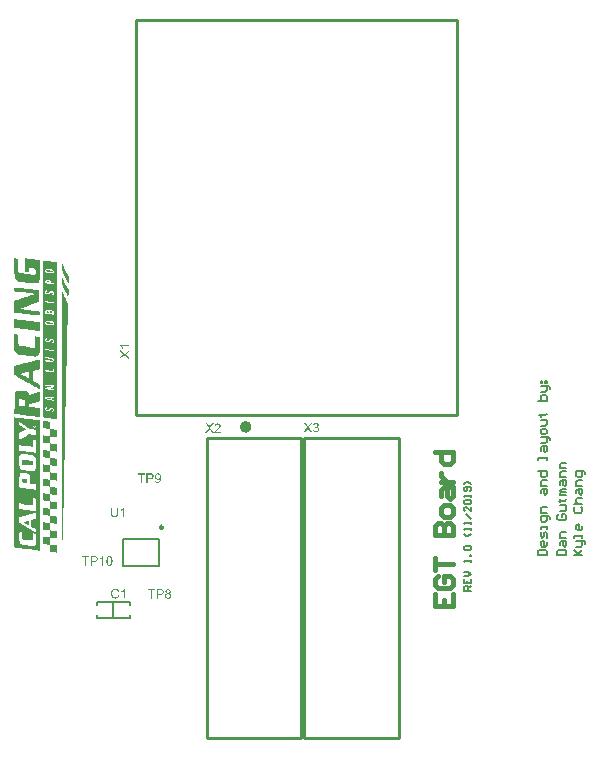
<source format=gto>
G04*
G04 #@! TF.GenerationSoftware,Altium Limited,Altium Designer,19.1.8 (144)*
G04*
G04 Layer_Color=65535*
%FSLAX25Y25*%
%MOIN*%
G70*
G01*
G75*
%ADD10C,0.00984*%
%ADD11C,0.01968*%
%ADD12C,0.00591*%
%ADD13C,0.00787*%
%ADD14C,0.01000*%
%ADD15C,0.01575*%
G36*
X14532Y125042D02*
X14823D01*
X15261Y124969D01*
X15844Y124896D01*
X16646Y124750D01*
X16719D01*
X17010Y124678D01*
X17375D01*
X17885Y124605D01*
X18323Y124532D01*
X18687D01*
X18979Y124459D01*
X19124D01*
Y124021D01*
X19197Y123657D01*
Y119502D01*
X19124Y118919D01*
Y117898D01*
X19051Y117679D01*
X18979Y117533D01*
X18833Y117242D01*
X18468Y116950D01*
X18250Y116804D01*
X17885Y116732D01*
X17812D01*
X17666D01*
X17375D01*
X17010D01*
X16500D01*
X15844Y116804D01*
X14969Y116877D01*
X14896D01*
X14605Y116950D01*
X14240Y117023D01*
X13803Y117096D01*
X13365D01*
X12928Y117169D01*
X12636Y117242D01*
X12490D01*
X12418D01*
X12345Y117315D01*
X11907Y117461D01*
X11470Y117752D01*
X11033Y118190D01*
X10960Y118262D01*
X10887Y118408D01*
X10814Y118554D01*
Y118846D01*
X10741Y118991D01*
Y119575D01*
X10668Y120158D01*
Y125115D01*
X10814D01*
X10887D01*
X11105Y125042D01*
X11470Y124969D01*
X12053Y124896D01*
Y120522D01*
X12199Y120449D01*
X12272Y120304D01*
X12490Y120158D01*
X12563D01*
X12636D01*
X12855D01*
X13147Y120085D01*
X13584Y120012D01*
X14167Y119939D01*
X14969Y119866D01*
X15042D01*
X15334Y119793D01*
X15698D01*
X16136Y119720D01*
X16573Y119648D01*
X16937D01*
X17229Y119575D01*
X17375D01*
X17448D01*
X17521Y119648D01*
X17666Y119793D01*
X17812Y119866D01*
Y120887D01*
X17739Y121178D01*
X17666Y121324D01*
Y121397D01*
X17594Y121470D01*
X17375Y121616D01*
X17302Y121689D01*
X17010Y121762D01*
X16719Y121835D01*
X16427D01*
X15990Y121907D01*
X15552D01*
Y120377D01*
X15406D01*
X15334D01*
X15115D01*
X14750Y120449D01*
X14167Y120522D01*
Y124750D01*
X14240Y125042D01*
Y125115D01*
X14386D01*
X14532Y125042D01*
D02*
G37*
G36*
X26706Y123365D02*
X26779Y123220D01*
X26925Y122928D01*
X27071Y122564D01*
X27362Y121980D01*
X27727Y121251D01*
X28820Y118846D01*
Y117825D01*
X28747Y117461D01*
Y116732D01*
X28674Y116877D01*
X28601Y117023D01*
X28456Y117242D01*
X28310Y117606D01*
X28018Y118117D01*
X27654Y118846D01*
X26560Y121178D01*
Y123365D01*
X26633Y123438D01*
Y123511D01*
X26706Y123365D01*
D02*
G37*
G36*
Y118627D02*
X26779Y118481D01*
X26852Y118262D01*
X27071Y117825D01*
X27289Y117315D01*
X27654Y116586D01*
X28747Y114472D01*
Y113159D01*
X28674Y112795D01*
X28601Y112357D01*
Y112212D01*
X28528Y112285D01*
X28456Y112430D01*
X28310Y112795D01*
X28237Y112868D01*
X28091Y113232D01*
X27872Y113670D01*
X27654Y114253D01*
X26560Y116440D01*
Y118627D01*
X26633Y118700D01*
Y118773D01*
X26706Y118627D01*
D02*
G37*
G36*
X11397Y115273D02*
X11470D01*
X11761D01*
X12272Y115201D01*
X12928Y115128D01*
X13001D01*
X13074D01*
X13584Y115055D01*
X14240Y114982D01*
X14969Y114836D01*
X19051Y114326D01*
Y110535D01*
X15625Y109369D01*
X15552D01*
X15479Y109296D01*
X15115Y109150D01*
X14532Y108931D01*
X13949Y108712D01*
X13876D01*
X13803Y108640D01*
X13511Y108567D01*
X13074Y108421D01*
X12709Y108275D01*
X12636D01*
X12418Y108202D01*
X12272Y108129D01*
X12418D01*
X12709Y108056D01*
X13074D01*
X13730Y107984D01*
X14532Y107911D01*
X15042Y107838D01*
X15625Y107765D01*
X15771D01*
X16136Y107692D01*
X16646Y107619D01*
X17302Y107546D01*
X17885Y107473D01*
X18468Y107400D01*
X18833Y107327D01*
X18979Y107255D01*
X19051D01*
X19197D01*
Y106015D01*
X19051D01*
X18979D01*
X18833D01*
X18541Y106088D01*
X18031D01*
X17302Y106234D01*
X16864D01*
X16281Y106307D01*
X15698Y106380D01*
X14969Y106453D01*
X14896D01*
X14823D01*
X14605Y106526D01*
X14313D01*
X13657Y106598D01*
X12855Y106744D01*
X12126Y106817D01*
X11470Y106890D01*
X11178D01*
X10960Y106963D01*
X10887D01*
X10814D01*
X10668Y107036D01*
Y110899D01*
X11324Y111118D01*
X11397D01*
X11616Y111191D01*
X11907Y111264D01*
X11980D01*
X12199Y111410D01*
X12636Y111483D01*
X13147Y111701D01*
X13292Y111774D01*
X13657Y111847D01*
X14094Y112066D01*
X14605Y112212D01*
X14750Y112285D01*
X15115Y112357D01*
X15552Y112576D01*
X16063Y112722D01*
X16136Y112795D01*
X16427Y112868D01*
X16792Y112941D01*
X17156Y113014D01*
X17229D01*
X17302Y113086D01*
X17448Y113159D01*
X17521Y113232D01*
X17448D01*
X17375Y113305D01*
X17083D01*
X16719Y113378D01*
X16136Y113451D01*
X15261Y113524D01*
X14750Y113597D01*
X14167Y113670D01*
X14094D01*
X14021D01*
X13657Y113743D01*
X13074Y113815D01*
X12490Y113888D01*
X11834D01*
X11324Y113961D01*
X10887Y114034D01*
X10814D01*
X10741D01*
X10668Y114107D01*
Y115055D01*
X10741Y115273D01*
X10814Y115346D01*
X10887D01*
X11033D01*
X11397Y115273D01*
D02*
G37*
G36*
X11324Y104703D02*
X11834Y104630D01*
X12126D01*
X12563Y104557D01*
X13074Y104484D01*
X13584Y104411D01*
X14240Y104339D01*
X14969Y104266D01*
X15042D01*
X15115D01*
X15625Y104193D01*
X16281Y104120D01*
X17010Y104047D01*
X17739Y103974D01*
X18468Y103901D01*
X18906Y103828D01*
X19051D01*
X19124D01*
Y103682D01*
X19197Y103464D01*
Y100766D01*
X19051D01*
X18979D01*
X18760Y100839D01*
X18468D01*
X17958Y100912D01*
X17229Y101058D01*
X16719Y101131D01*
X16208Y101204D01*
X15552Y101277D01*
X14823Y101350D01*
X10668Y101860D01*
Y104776D01*
X10814D01*
X10887D01*
X11033D01*
X11324Y104703D01*
D02*
G37*
G36*
X12053Y99600D02*
Y96757D01*
X12126Y96465D01*
Y96247D01*
X12199Y96174D01*
X12272Y96101D01*
X12345Y96028D01*
X12490Y95955D01*
X12636D01*
X12782Y95882D01*
X13074Y95809D01*
X13511D01*
X14167Y95663D01*
X14969Y95591D01*
X17375Y95226D01*
X17521Y95372D01*
X17594D01*
X17666Y95445D01*
Y99017D01*
X17812D01*
X17885D01*
X18104Y98944D01*
X18468Y98871D01*
X19197Y98798D01*
Y94789D01*
X19124Y94278D01*
Y93768D01*
X19051Y93331D01*
X18979Y93112D01*
X18906Y93039D01*
X18760Y92820D01*
X18687Y92747D01*
X18468Y92602D01*
X18104Y92456D01*
X17594Y92310D01*
X17521D01*
X17375D01*
X17156Y92383D01*
X16864D01*
X16427Y92456D01*
X15771Y92529D01*
X15042Y92602D01*
X14896D01*
X14605Y92674D01*
X14240D01*
X13730Y92747D01*
X13219Y92820D01*
X12782Y92893D01*
X12418Y92966D01*
X12199D01*
X12126D01*
X11980Y93039D01*
X11543Y93331D01*
X11033Y93768D01*
X10814Y94133D01*
X10668Y94497D01*
Y99673D01*
X10814D01*
X10887D01*
X11178D01*
X11543D01*
X12053Y99600D01*
D02*
G37*
G36*
X19197Y88155D02*
X18104Y87863D01*
X18031D01*
X17958Y87790D01*
X17521Y87717D01*
X17156Y87644D01*
X17083Y87572D01*
X17010D01*
X16937D01*
Y84145D01*
X18104Y83562D01*
X19197Y82833D01*
Y81448D01*
X19051Y81521D01*
X18687Y81667D01*
X18395Y81812D01*
X18104Y82031D01*
X17594Y82250D01*
X17083Y82614D01*
X16427Y82979D01*
X15625Y83416D01*
X14678Y83926D01*
X13584Y84583D01*
X12345Y85312D01*
X10887Y86114D01*
X10668Y86186D01*
Y89175D01*
X14313Y90050D01*
X14459Y90123D01*
X14823Y90196D01*
X15479Y90415D01*
X16208Y90560D01*
X16281D01*
X16354Y90633D01*
X16792Y90706D01*
X17302Y90852D01*
X17812Y90998D01*
X17885D01*
X18104Y91071D01*
X18323Y91144D01*
X18468D01*
X19197Y91289D01*
Y88155D01*
D02*
G37*
G36*
X13365Y80865D02*
X13438D01*
X13584D01*
X14094Y80792D01*
X14605D01*
X14823Y80719D01*
X14969D01*
X15042Y80646D01*
X15188Y80500D01*
X15406Y80136D01*
X15552Y79698D01*
Y79480D01*
X15625D01*
X15771Y79553D01*
X15990Y79625D01*
X16354Y79698D01*
X16792Y79844D01*
X17375Y80063D01*
X17448D01*
X17666Y80136D01*
X17958Y80282D01*
X18250Y80427D01*
X18614Y80500D01*
X18906Y80646D01*
X19124Y80719D01*
X19197D01*
Y77438D01*
X18979Y77365D01*
X18906D01*
X18760Y77293D01*
X18687D01*
X18541Y77220D01*
X18323Y77147D01*
X18031Y77074D01*
X17958D01*
X17739Y77001D01*
X17448Y76928D01*
X17229D01*
X15552Y76491D01*
Y75616D01*
X15625Y75543D01*
X15698D01*
X15844D01*
X16063D01*
X16354Y75470D01*
X16792D01*
X17375Y75397D01*
X17448D01*
X17666Y75324D01*
X17958Y75251D01*
X18250Y75178D01*
X18323D01*
X18468D01*
X18979Y75106D01*
X19051D01*
X19124D01*
X19197D01*
Y72117D01*
X19051D01*
X18979D01*
X18833D01*
X18541Y72190D01*
X18031Y72263D01*
X17302Y72335D01*
X16864Y72408D01*
X16281Y72481D01*
X15698Y72554D01*
X14969Y72627D01*
X14896D01*
X14823D01*
X14313Y72700D01*
X13657Y72773D01*
X12928Y72919D01*
X12126Y72992D01*
X11470Y73064D01*
X11033Y73137D01*
X10887Y73210D01*
X10814D01*
X10668D01*
X10814Y76564D01*
Y80209D01*
X10887Y80282D01*
X10960Y80500D01*
X11178Y80719D01*
X11397Y80865D01*
X11470D01*
X11616Y80938D01*
X11761D01*
X12053D01*
X12345D01*
X12782D01*
X13365Y80865D01*
D02*
G37*
G36*
X21166Y124240D02*
X21822Y124167D01*
X22624Y124094D01*
X23644Y123949D01*
X24883Y123730D01*
X24956D01*
Y71461D01*
X24883D01*
X24811D01*
X24665D01*
X24373D01*
X23936Y71534D01*
X23280Y71606D01*
X22478Y71679D01*
X21384Y71825D01*
X20145Y72044D01*
X20072D01*
Y121106D01*
X20145Y121907D01*
Y124313D01*
X20218D01*
X20364D01*
X20728D01*
X21166Y124240D01*
D02*
G37*
G36*
X20728Y70805D02*
X20801D01*
X20874D01*
X21311Y70732D01*
X22478Y70586D01*
Y68180D01*
X22624D01*
X22769D01*
X22988Y68107D01*
X23280D01*
X23717Y68034D01*
X23790D01*
X23863D01*
X24300Y67961D01*
X24738Y67888D01*
X24883D01*
X24956D01*
Y65410D01*
X24883D01*
X24738D01*
X24592Y65483D01*
X24373D01*
X24082D01*
X23717Y65556D01*
X23644D01*
X23571D01*
X23134Y65629D01*
X22696Y65702D01*
X22551D01*
X22478D01*
Y63369D01*
X23717Y63150D01*
X23790D01*
X23863D01*
X24300D01*
X24738Y63077D01*
X24883D01*
X24956D01*
Y60598D01*
X24883D01*
X24738D01*
X24592Y60671D01*
X24373D01*
X24082D01*
X23717Y60744D01*
X23644D01*
X23571D01*
X23134Y60817D01*
X22696Y60890D01*
X22551D01*
X22478D01*
Y58557D01*
X23717Y58339D01*
X23790D01*
X23863D01*
X24300D01*
X24665Y58266D01*
X24811D01*
X24883D01*
X24956D01*
Y55787D01*
X24883D01*
X24738D01*
X24592D01*
X24373Y55860D01*
X24082D01*
X23717Y55933D01*
X23207Y56006D01*
X22624Y56079D01*
X22478D01*
Y53746D01*
X22259D01*
X22113Y53819D01*
X21895D01*
X21603D01*
X21238Y53892D01*
X21166D01*
X21020D01*
X20655Y53965D01*
X20218Y54037D01*
X20145D01*
X20072D01*
Y56370D01*
X20145D01*
X20291D01*
X20437D01*
X20582D01*
X20874Y56297D01*
X21238D01*
X21311D01*
X21384D01*
X21822Y56225D01*
X22186Y56152D01*
X22332D01*
X22405Y56079D01*
X22478D01*
Y58557D01*
X21311Y58630D01*
X21238D01*
X21093D01*
X20728Y58703D01*
X20291Y58776D01*
X20218Y58849D01*
X20145D01*
X20072D01*
Y61182D01*
X20218D01*
X20364D01*
X20582D01*
X20947Y61109D01*
X21311Y61036D01*
X21822Y60963D01*
X22405Y60890D01*
X22478D01*
Y63296D01*
X22405Y63369D01*
X22332D01*
X22186D01*
X21822D01*
X21238Y63442D01*
X21166D01*
X21093D01*
X20655Y63515D01*
X20291Y63587D01*
X20145D01*
X20072D01*
Y66066D01*
X20218D01*
X20364Y65993D01*
X20582D01*
X20874Y65920D01*
X21238Y65847D01*
X21311D01*
X21384D01*
X21822Y65774D01*
X22259Y65702D01*
X22405D01*
X22478D01*
Y68107D01*
X22405Y68180D01*
X22259D01*
X22113Y68253D01*
X21895D01*
X21603D01*
X21238Y68326D01*
X20072Y68472D01*
Y70877D01*
X20145D01*
X20291D01*
X20364D01*
X20728Y70805D01*
D02*
G37*
G36*
X23061Y53673D02*
X23353Y53600D01*
X23717Y53527D01*
X23790D01*
X23863D01*
X24227D01*
X24592Y53454D01*
X24883D01*
X24956D01*
Y50976D01*
X24738D01*
X24592Y51049D01*
X24373D01*
X24082D01*
X23717Y51121D01*
X23644D01*
X23498D01*
X23061Y51194D01*
X22696Y51267D01*
X22551D01*
X22478D01*
Y48935D01*
X22405D01*
X22332D01*
X22113Y49007D01*
X21822D01*
X21457Y49080D01*
X20655Y49153D01*
X20364Y49226D01*
X20072D01*
Y51559D01*
X20145D01*
X20218D01*
X20437Y51486D01*
X20655D01*
X21020Y51413D01*
X21749Y51340D01*
X22113Y51267D01*
X22405D01*
Y51413D01*
X22478Y51559D01*
Y53746D01*
X22551D01*
X22696D01*
X23061Y53673D01*
D02*
G37*
G36*
X22842Y48862D02*
X23061D01*
X23426Y48789D01*
X23790Y48716D01*
X24956Y48643D01*
Y46164D01*
X24811D01*
X24665Y46237D01*
X24446D01*
X24155D01*
X23790Y46310D01*
X23717D01*
X23571D01*
X23207Y46383D01*
X22769Y46456D01*
X22624D01*
X22551D01*
X22478Y46310D01*
Y44050D01*
X22405D01*
X22259D01*
X22113Y44123D01*
X21895D01*
X21603D01*
X21238Y44196D01*
X20072Y44415D01*
Y46747D01*
X20145D01*
X20218D01*
X20437Y46675D01*
X20801D01*
X21166Y46602D01*
X21603Y46529D01*
X21968D01*
X22259Y46456D01*
X22405D01*
Y46602D01*
X22478Y46747D01*
Y48935D01*
X22551D01*
X22696D01*
X22842Y48862D01*
D02*
G37*
G36*
X23134Y43977D02*
X23426D01*
X23790Y43904D01*
X24956Y43759D01*
Y41353D01*
X24883D01*
X24811D01*
X24592Y41426D01*
X24300D01*
X23936Y41499D01*
X23134Y41572D01*
X22769Y41644D01*
X22478D01*
Y39457D01*
X22551Y39312D01*
Y39239D01*
X22696D01*
X22915D01*
X23134Y39166D01*
X23426D01*
X23790Y39093D01*
X23863D01*
X23936D01*
X24373Y39020D01*
X24738Y38947D01*
X24883D01*
X24956D01*
Y36542D01*
X24738D01*
X24592Y36614D01*
X24373D01*
X24082D01*
X23717Y36687D01*
X23644D01*
X23498D01*
X23061Y36760D01*
X22696Y36833D01*
X22551D01*
X22478D01*
Y34427D01*
X22259D01*
X22113Y34500D01*
X21895D01*
X21603D01*
X21238Y34573D01*
X21166D01*
X21020D01*
X20655Y34646D01*
X20218Y34719D01*
X20145D01*
X20072D01*
Y37198D01*
X20145Y37125D01*
X20291D01*
X20437D01*
X20655Y37052D01*
X20947D01*
X21311Y36979D01*
X22478Y36906D01*
X22405Y38072D01*
Y39239D01*
X21238Y39385D01*
X21166D01*
X21020D01*
X20655Y39457D01*
X20218Y39530D01*
X20145D01*
X20072D01*
Y41717D01*
X20145Y41863D01*
Y41936D01*
X20291D01*
X20437D01*
X20655Y41863D01*
X20947D01*
X21311Y41790D01*
X21384D01*
X21457D01*
X21895Y41717D01*
X22259Y41644D01*
X22405D01*
X22478D01*
Y44050D01*
X22624D01*
X22769D01*
X22915D01*
X23134Y43977D01*
D02*
G37*
G36*
X22769Y34354D02*
X22988D01*
X23280Y34282D01*
X23717Y34209D01*
X24956Y34136D01*
Y31657D01*
X24811D01*
X24665Y31730D01*
X24446D01*
X24155D01*
X23790Y31803D01*
X23717D01*
X23571D01*
X23207Y31876D01*
X22769Y31949D01*
X22624D01*
X22551D01*
X22478Y31803D01*
Y29616D01*
X22405D01*
X22259D01*
X22113D01*
X21895D01*
X21603Y29689D01*
X21238D01*
X20072Y29908D01*
Y32386D01*
X20145Y32240D01*
X20218D01*
X20437D01*
X20728Y32168D01*
X21020D01*
X21822Y32095D01*
X22113D01*
X22405D01*
Y32240D01*
X22478Y32386D01*
Y34427D01*
X22624D01*
X22769Y34354D01*
D02*
G37*
G36*
X26706Y113961D02*
X26779Y113815D01*
X26852Y113524D01*
X27071Y113159D01*
X27289Y112649D01*
X27654Y111993D01*
X28601Y109952D01*
X27654Y68326D01*
Y67305D01*
X27581Y66503D01*
Y64462D01*
X27508Y63223D01*
Y61838D01*
X27435Y60307D01*
Y58703D01*
X27362Y56954D01*
Y55131D01*
X27216Y51413D01*
X27143Y47549D01*
X27071Y43613D01*
X26925Y39895D01*
Y38072D01*
X26852Y36323D01*
Y34719D01*
X26779Y33188D01*
Y31803D01*
X26706Y30564D01*
Y28523D01*
X26633Y27721D01*
Y31220D01*
X26560Y32168D01*
Y108712D01*
X26633Y110025D01*
Y114034D01*
X26706Y113961D01*
D02*
G37*
G36*
X10814Y72044D02*
X10887D01*
X11033D01*
X11397Y71971D01*
X11907Y71898D01*
X12636Y71825D01*
X13074Y71752D01*
X13657Y71679D01*
X14313Y71606D01*
X15042Y71534D01*
X19197Y71023D01*
Y27648D01*
X19051D01*
X18979D01*
X18760D01*
X18468Y27721D01*
X17958Y27793D01*
X17229Y27866D01*
X16792Y27939D01*
X16281Y28012D01*
X15625Y28085D01*
X14969Y28158D01*
X14896D01*
X14823D01*
X14605Y28231D01*
X14313D01*
X13657Y28304D01*
X12855Y28450D01*
X12126Y28523D01*
X11470Y28595D01*
X11178D01*
X10960Y28668D01*
X10887D01*
X10814D01*
X10668D01*
Y72117D01*
X10814Y72044D01*
D02*
G37*
G36*
X22915Y29543D02*
X23353Y29470D01*
X23790Y29397D01*
X24956Y29324D01*
Y26846D01*
X24811D01*
X24665Y26919D01*
X24592D01*
X24519Y26992D01*
X24155D01*
X24082D01*
X23936Y27064D01*
X23571D01*
X22478Y27137D01*
Y29616D01*
X22624D01*
X22915Y29543D01*
D02*
G37*
G36*
X108820Y68722D02*
X109999Y67070D01*
X109485D01*
X108688Y68189D01*
X108684Y68194D01*
X108675Y68208D01*
X108666Y68226D01*
X108648Y68248D01*
X108607Y68312D01*
X108561Y68380D01*
X108556Y68376D01*
X108543Y68358D01*
X108525Y68330D01*
X108502Y68294D01*
X108452Y68221D01*
X108429Y68189D01*
X108411Y68162D01*
X107615Y67070D01*
X107114D01*
X108329Y68699D01*
X107255Y70219D01*
X107751D01*
X108325Y69409D01*
Y69404D01*
X108334Y69400D01*
X108343Y69386D01*
X108356Y69368D01*
X108384Y69322D01*
X108425Y69268D01*
X108466Y69204D01*
X108507Y69140D01*
X108543Y69081D01*
X108575Y69027D01*
X108579Y69036D01*
X108593Y69054D01*
X108616Y69090D01*
X108648Y69136D01*
X108684Y69186D01*
X108729Y69249D01*
X108775Y69313D01*
X108829Y69381D01*
X109457Y70219D01*
X109912D01*
X108820Y68722D01*
D02*
G37*
G36*
X111296Y70228D02*
X111355Y70219D01*
X111428Y70205D01*
X111510Y70182D01*
X111591Y70155D01*
X111673Y70119D01*
X111678D01*
X111682Y70114D01*
X111710Y70100D01*
X111751Y70073D01*
X111796Y70041D01*
X111851Y69996D01*
X111905Y69946D01*
X111960Y69886D01*
X112005Y69818D01*
X112010Y69809D01*
X112024Y69786D01*
X112042Y69745D01*
X112065Y69695D01*
X112087Y69636D01*
X112106Y69568D01*
X112119Y69491D01*
X112124Y69413D01*
Y69404D01*
Y69377D01*
X112119Y69340D01*
X112110Y69291D01*
X112096Y69231D01*
X112074Y69168D01*
X112046Y69104D01*
X112010Y69040D01*
X112005Y69031D01*
X111992Y69013D01*
X111964Y68981D01*
X111928Y68945D01*
X111883Y68904D01*
X111828Y68858D01*
X111764Y68817D01*
X111687Y68776D01*
X111691D01*
X111701Y68772D01*
X111714Y68767D01*
X111732Y68763D01*
X111783Y68744D01*
X111846Y68717D01*
X111919Y68681D01*
X111992Y68635D01*
X112060Y68576D01*
X112124Y68508D01*
X112128Y68499D01*
X112146Y68471D01*
X112174Y68426D01*
X112201Y68367D01*
X112228Y68294D01*
X112256Y68208D01*
X112274Y68107D01*
X112278Y67998D01*
Y67994D01*
Y67980D01*
Y67957D01*
X112274Y67930D01*
X112269Y67894D01*
X112260Y67853D01*
X112251Y67807D01*
X112242Y67757D01*
X112206Y67648D01*
X112178Y67589D01*
X112151Y67534D01*
X112115Y67475D01*
X112074Y67416D01*
X112028Y67357D01*
X111974Y67302D01*
X111969Y67298D01*
X111960Y67289D01*
X111942Y67275D01*
X111919Y67257D01*
X111892Y67234D01*
X111855Y67211D01*
X111814Y67184D01*
X111764Y67161D01*
X111714Y67134D01*
X111655Y67106D01*
X111596Y67084D01*
X111528Y67061D01*
X111455Y67043D01*
X111378Y67029D01*
X111300Y67020D01*
X111214Y67015D01*
X111173D01*
X111145Y67020D01*
X111109Y67025D01*
X111068Y67029D01*
X111023Y67038D01*
X110973Y67047D01*
X110863Y67075D01*
X110750Y67120D01*
X110690Y67147D01*
X110636Y67179D01*
X110581Y67220D01*
X110527Y67261D01*
X110522Y67266D01*
X110513Y67275D01*
X110499Y67289D01*
X110486Y67307D01*
X110463Y67329D01*
X110440Y67361D01*
X110413Y67393D01*
X110386Y67434D01*
X110358Y67480D01*
X110331Y67525D01*
X110281Y67634D01*
X110240Y67762D01*
X110226Y67830D01*
X110217Y67903D01*
X110604Y67953D01*
Y67948D01*
X110609Y67939D01*
X110613Y67921D01*
X110618Y67898D01*
X110622Y67871D01*
X110631Y67839D01*
X110654Y67771D01*
X110686Y67689D01*
X110727Y67611D01*
X110772Y67539D01*
X110827Y67475D01*
X110836Y67471D01*
X110854Y67452D01*
X110891Y67430D01*
X110936Y67407D01*
X110991Y67379D01*
X111059Y67357D01*
X111136Y67339D01*
X111218Y67334D01*
X111246D01*
X111264Y67339D01*
X111314Y67343D01*
X111378Y67357D01*
X111450Y67379D01*
X111528Y67411D01*
X111605Y67457D01*
X111678Y67520D01*
X111687Y67530D01*
X111710Y67557D01*
X111737Y67598D01*
X111773Y67652D01*
X111810Y67721D01*
X111837Y67798D01*
X111860Y67889D01*
X111869Y67989D01*
Y67994D01*
Y68003D01*
Y68016D01*
X111864Y68035D01*
X111860Y68085D01*
X111846Y68144D01*
X111828Y68217D01*
X111796Y68290D01*
X111751Y68362D01*
X111691Y68431D01*
X111682Y68440D01*
X111660Y68458D01*
X111623Y68485D01*
X111573Y68517D01*
X111510Y68549D01*
X111432Y68576D01*
X111346Y68594D01*
X111250Y68603D01*
X111209D01*
X111177Y68599D01*
X111136Y68594D01*
X111091Y68585D01*
X111036Y68576D01*
X110977Y68563D01*
X111023Y68904D01*
X111045D01*
X111064Y68899D01*
X111123D01*
X111173Y68908D01*
X111232Y68917D01*
X111300Y68931D01*
X111378Y68954D01*
X111450Y68986D01*
X111528Y69027D01*
X111532D01*
X111537Y69031D01*
X111559Y69049D01*
X111591Y69081D01*
X111628Y69122D01*
X111664Y69181D01*
X111696Y69249D01*
X111719Y69327D01*
X111728Y69372D01*
Y69422D01*
Y69427D01*
Y69432D01*
Y69459D01*
X111719Y69495D01*
X111710Y69545D01*
X111691Y69600D01*
X111669Y69659D01*
X111632Y69718D01*
X111582Y69773D01*
X111578Y69777D01*
X111555Y69796D01*
X111523Y69818D01*
X111482Y69846D01*
X111428Y69868D01*
X111364Y69891D01*
X111291Y69909D01*
X111209Y69914D01*
X111173D01*
X111132Y69905D01*
X111077Y69896D01*
X111018Y69877D01*
X110959Y69855D01*
X110895Y69818D01*
X110836Y69773D01*
X110831Y69768D01*
X110813Y69745D01*
X110786Y69714D01*
X110754Y69668D01*
X110722Y69609D01*
X110690Y69536D01*
X110663Y69450D01*
X110645Y69350D01*
X110258Y69418D01*
Y69422D01*
X110263Y69436D01*
X110267Y69454D01*
X110272Y69482D01*
X110281Y69513D01*
X110295Y69550D01*
X110322Y69636D01*
X110367Y69736D01*
X110422Y69836D01*
X110490Y69932D01*
X110577Y70019D01*
X110581Y70023D01*
X110590Y70028D01*
X110604Y70037D01*
X110622Y70050D01*
X110645Y70069D01*
X110677Y70087D01*
X110709Y70105D01*
X110750Y70128D01*
X110841Y70164D01*
X110945Y70201D01*
X111068Y70223D01*
X111132Y70232D01*
X111246D01*
X111296Y70228D01*
D02*
G37*
G36*
X45275Y40129D02*
Y40124D01*
Y40106D01*
Y40083D01*
Y40051D01*
X45271Y40010D01*
Y39965D01*
X45266Y39910D01*
X45261Y39856D01*
X45248Y39733D01*
X45230Y39605D01*
X45202Y39483D01*
X45184Y39423D01*
X45166Y39369D01*
Y39364D01*
X45162Y39355D01*
X45152Y39341D01*
X45143Y39323D01*
X45116Y39273D01*
X45075Y39209D01*
X45020Y39137D01*
X44957Y39064D01*
X44875Y38987D01*
X44775Y38918D01*
X44770D01*
X44761Y38909D01*
X44747Y38905D01*
X44725Y38891D01*
X44697Y38877D01*
X44661Y38864D01*
X44625Y38850D01*
X44579Y38832D01*
X44529Y38814D01*
X44474Y38800D01*
X44415Y38786D01*
X44347Y38773D01*
X44279Y38764D01*
X44206Y38754D01*
X44042Y38745D01*
X44001D01*
X43969Y38750D01*
X43933D01*
X43887Y38754D01*
X43837Y38759D01*
X43787Y38764D01*
X43674Y38782D01*
X43551Y38809D01*
X43433Y38846D01*
X43319Y38895D01*
X43314D01*
X43305Y38905D01*
X43291Y38914D01*
X43273Y38923D01*
X43223Y38959D01*
X43164Y39009D01*
X43096Y39073D01*
X43032Y39146D01*
X42968Y39237D01*
X42918Y39337D01*
Y39341D01*
X42914Y39351D01*
X42909Y39369D01*
X42900Y39391D01*
X42891Y39419D01*
X42882Y39455D01*
X42868Y39496D01*
X42859Y39546D01*
X42850Y39601D01*
X42836Y39660D01*
X42827Y39724D01*
X42818Y39792D01*
X42809Y39869D01*
X42805Y39951D01*
X42800Y40038D01*
Y40129D01*
Y41949D01*
X43219D01*
Y40129D01*
Y40124D01*
Y40110D01*
Y40088D01*
Y40060D01*
X43223Y40029D01*
Y39987D01*
X43228Y39901D01*
X43237Y39801D01*
X43251Y39701D01*
X43269Y39605D01*
X43278Y39564D01*
X43291Y39524D01*
X43296Y39514D01*
X43305Y39492D01*
X43328Y39460D01*
X43355Y39414D01*
X43387Y39369D01*
X43433Y39319D01*
X43487Y39269D01*
X43551Y39228D01*
X43560Y39223D01*
X43583Y39209D01*
X43624Y39196D01*
X43678Y39178D01*
X43742Y39155D01*
X43824Y39141D01*
X43910Y39128D01*
X44006Y39123D01*
X44051D01*
X44079Y39128D01*
X44120D01*
X44160Y39132D01*
X44261Y39150D01*
X44370Y39173D01*
X44474Y39209D01*
X44574Y39260D01*
X44620Y39291D01*
X44661Y39328D01*
X44666Y39332D01*
X44670Y39337D01*
X44679Y39351D01*
X44693Y39369D01*
X44706Y39396D01*
X44725Y39423D01*
X44743Y39464D01*
X44761Y39505D01*
X44779Y39555D01*
X44793Y39614D01*
X44811Y39683D01*
X44825Y39755D01*
X44838Y39837D01*
X44848Y39924D01*
X44857Y40024D01*
Y40129D01*
Y41949D01*
X45275D01*
Y40129D01*
D02*
G37*
G36*
X47268Y38800D02*
X46881D01*
Y41262D01*
X46877Y41257D01*
X46854Y41239D01*
X46827Y41212D01*
X46781Y41180D01*
X46731Y41139D01*
X46668Y41093D01*
X46595Y41043D01*
X46513Y40993D01*
X46508D01*
X46504Y40988D01*
X46476Y40970D01*
X46431Y40948D01*
X46376Y40920D01*
X46313Y40889D01*
X46244Y40857D01*
X46176Y40825D01*
X46108Y40797D01*
Y41170D01*
X46112D01*
X46121Y41180D01*
X46140Y41184D01*
X46163Y41198D01*
X46190Y41212D01*
X46222Y41230D01*
X46299Y41275D01*
X46390Y41325D01*
X46481Y41389D01*
X46576Y41462D01*
X46672Y41539D01*
X46677Y41544D01*
X46681Y41548D01*
X46695Y41562D01*
X46713Y41576D01*
X46754Y41621D01*
X46809Y41676D01*
X46863Y41739D01*
X46922Y41812D01*
X46972Y41885D01*
X47018Y41962D01*
X47268D01*
Y38800D01*
D02*
G37*
G36*
X76031Y68525D02*
X77210Y66873D01*
X76695D01*
X75899Y67993D01*
X75895Y67997D01*
X75885Y68011D01*
X75876Y68029D01*
X75858Y68052D01*
X75817Y68115D01*
X75772Y68184D01*
X75767Y68179D01*
X75753Y68161D01*
X75735Y68134D01*
X75713Y68097D01*
X75662Y68024D01*
X75640Y67993D01*
X75622Y67965D01*
X74825Y66873D01*
X74325D01*
X75540Y68502D01*
X74466Y70022D01*
X74962D01*
X75535Y69212D01*
Y69207D01*
X75544Y69203D01*
X75553Y69189D01*
X75567Y69171D01*
X75594Y69125D01*
X75635Y69071D01*
X75676Y69007D01*
X75717Y68944D01*
X75753Y68884D01*
X75785Y68830D01*
X75790Y68839D01*
X75804Y68857D01*
X75826Y68893D01*
X75858Y68939D01*
X75895Y68989D01*
X75940Y69053D01*
X75986Y69116D01*
X76040Y69185D01*
X76668Y70022D01*
X77123D01*
X76031Y68525D01*
D02*
G37*
G36*
X78543Y70031D02*
X78579Y70026D01*
X78624Y70022D01*
X78675Y70013D01*
X78725Y70004D01*
X78843Y69972D01*
X78961Y69926D01*
X79020Y69899D01*
X79080Y69867D01*
X79134Y69826D01*
X79184Y69781D01*
X79189Y69776D01*
X79198Y69772D01*
X79207Y69753D01*
X79225Y69735D01*
X79248Y69712D01*
X79271Y69681D01*
X79293Y69649D01*
X79321Y69608D01*
X79366Y69521D01*
X79412Y69412D01*
X79430Y69358D01*
X79439Y69294D01*
X79448Y69230D01*
X79453Y69162D01*
Y69153D01*
Y69130D01*
X79448Y69094D01*
X79444Y69044D01*
X79435Y68989D01*
X79416Y68925D01*
X79398Y68857D01*
X79371Y68789D01*
X79366Y68780D01*
X79357Y68757D01*
X79339Y68721D01*
X79312Y68670D01*
X79275Y68616D01*
X79230Y68548D01*
X79175Y68479D01*
X79111Y68402D01*
X79102Y68393D01*
X79080Y68366D01*
X79057Y68343D01*
X79034Y68320D01*
X79007Y68293D01*
X78970Y68256D01*
X78934Y68220D01*
X78888Y68179D01*
X78843Y68134D01*
X78788Y68084D01*
X78729Y68033D01*
X78666Y67974D01*
X78593Y67915D01*
X78520Y67852D01*
X78515Y67847D01*
X78506Y67838D01*
X78488Y67824D01*
X78465Y67806D01*
X78438Y67779D01*
X78406Y67751D01*
X78333Y67692D01*
X78256Y67624D01*
X78183Y67556D01*
X78119Y67497D01*
X78092Y67474D01*
X78069Y67451D01*
X78065Y67447D01*
X78051Y67433D01*
X78033Y67415D01*
X78010Y67387D01*
X77987Y67356D01*
X77960Y67324D01*
X77906Y67246D01*
X79457D01*
Y66873D01*
X77369D01*
Y66878D01*
Y66896D01*
Y66923D01*
X77373Y66960D01*
X77378Y67001D01*
X77387Y67046D01*
X77396Y67092D01*
X77414Y67142D01*
Y67146D01*
X77419Y67151D01*
X77428Y67178D01*
X77446Y67219D01*
X77473Y67274D01*
X77510Y67337D01*
X77555Y67410D01*
X77605Y67483D01*
X77669Y67560D01*
Y67565D01*
X77678Y67569D01*
X77701Y67597D01*
X77742Y67638D01*
X77801Y67697D01*
X77869Y67765D01*
X77956Y67847D01*
X78060Y67938D01*
X78174Y68033D01*
X78179Y68038D01*
X78197Y68052D01*
X78224Y68074D01*
X78256Y68102D01*
X78297Y68138D01*
X78347Y68179D01*
X78397Y68225D01*
X78456Y68275D01*
X78570Y68384D01*
X78684Y68493D01*
X78738Y68548D01*
X78788Y68602D01*
X78834Y68652D01*
X78870Y68702D01*
Y68707D01*
X78879Y68711D01*
X78888Y68725D01*
X78898Y68743D01*
X78929Y68793D01*
X78966Y68853D01*
X78998Y68925D01*
X79030Y69003D01*
X79048Y69089D01*
X79057Y69171D01*
Y69175D01*
Y69180D01*
X79052Y69207D01*
X79048Y69253D01*
X79034Y69303D01*
X79016Y69367D01*
X78984Y69430D01*
X78943Y69494D01*
X78888Y69558D01*
X78879Y69567D01*
X78857Y69585D01*
X78825Y69608D01*
X78775Y69640D01*
X78711Y69667D01*
X78638Y69694D01*
X78552Y69712D01*
X78456Y69717D01*
X78429D01*
X78411Y69712D01*
X78356Y69708D01*
X78292Y69694D01*
X78224Y69676D01*
X78147Y69644D01*
X78074Y69603D01*
X78006Y69549D01*
X77997Y69539D01*
X77978Y69517D01*
X77951Y69480D01*
X77924Y69426D01*
X77892Y69362D01*
X77865Y69280D01*
X77846Y69189D01*
X77837Y69085D01*
X77442Y69125D01*
Y69130D01*
X77446Y69144D01*
Y69166D01*
X77451Y69198D01*
X77460Y69235D01*
X77469Y69276D01*
X77482Y69326D01*
X77496Y69376D01*
X77533Y69485D01*
X77587Y69594D01*
X77619Y69649D01*
X77660Y69703D01*
X77701Y69753D01*
X77746Y69799D01*
X77751Y69803D01*
X77760Y69808D01*
X77774Y69822D01*
X77797Y69835D01*
X77824Y69854D01*
X77856Y69872D01*
X77892Y69894D01*
X77938Y69917D01*
X77987Y69940D01*
X78042Y69963D01*
X78101Y69981D01*
X78165Y69999D01*
X78233Y70013D01*
X78306Y70026D01*
X78383Y70031D01*
X78465Y70035D01*
X78511D01*
X78543Y70031D01*
D02*
G37*
G36*
X49060Y95724D02*
X46598D01*
X46603Y95720D01*
X46621Y95697D01*
X46648Y95670D01*
X46680Y95624D01*
X46721Y95574D01*
X46767Y95511D01*
X46817Y95438D01*
X46867Y95356D01*
Y95351D01*
X46871Y95347D01*
X46889Y95319D01*
X46912Y95274D01*
X46940Y95219D01*
X46971Y95156D01*
X47003Y95087D01*
X47035Y95019D01*
X47062Y94951D01*
X46689D01*
Y94955D01*
X46680Y94965D01*
X46676Y94983D01*
X46662Y95006D01*
X46648Y95033D01*
X46630Y95065D01*
X46585Y95142D01*
X46534Y95233D01*
X46471Y95324D01*
X46398Y95420D01*
X46321Y95515D01*
X46316Y95520D01*
X46312Y95524D01*
X46298Y95538D01*
X46284Y95556D01*
X46239Y95597D01*
X46184Y95652D01*
X46121Y95706D01*
X46048Y95765D01*
X45975Y95815D01*
X45897Y95861D01*
Y96111D01*
X49060D01*
Y95724D01*
D02*
G37*
G36*
Y93927D02*
X47940Y93131D01*
X47936Y93126D01*
X47922Y93117D01*
X47904Y93108D01*
X47881Y93090D01*
X47818Y93049D01*
X47749Y93004D01*
X47754Y92999D01*
X47772Y92985D01*
X47799Y92967D01*
X47836Y92944D01*
X47909Y92894D01*
X47940Y92872D01*
X47968Y92853D01*
X49060Y92057D01*
Y91557D01*
X47431Y92772D01*
X45911Y91698D01*
Y92194D01*
X46721Y92767D01*
X46726D01*
X46730Y92776D01*
X46744Y92785D01*
X46762Y92799D01*
X46808Y92826D01*
X46862Y92867D01*
X46926Y92908D01*
X46990Y92949D01*
X47049Y92985D01*
X47103Y93017D01*
X47094Y93022D01*
X47076Y93035D01*
X47040Y93058D01*
X46994Y93090D01*
X46944Y93126D01*
X46880Y93172D01*
X46817Y93217D01*
X46748Y93272D01*
X45911Y93900D01*
Y94355D01*
X47408Y93263D01*
X49060Y94441D01*
Y93927D01*
D02*
G37*
G36*
X59486Y14744D02*
X59563Y14739D01*
X59645Y14735D01*
X59723Y14726D01*
X59791Y14717D01*
X59800D01*
X59832Y14708D01*
X59873Y14699D01*
X59927Y14685D01*
X59987Y14662D01*
X60050Y14635D01*
X60119Y14603D01*
X60178Y14567D01*
X60187Y14562D01*
X60205Y14548D01*
X60232Y14521D01*
X60269Y14489D01*
X60310Y14448D01*
X60351Y14394D01*
X60396Y14334D01*
X60432Y14266D01*
X60437Y14257D01*
X60446Y14234D01*
X60464Y14194D01*
X60483Y14139D01*
X60496Y14075D01*
X60514Y14002D01*
X60523Y13920D01*
X60528Y13834D01*
Y13829D01*
Y13816D01*
Y13798D01*
X60523Y13766D01*
X60519Y13734D01*
X60514Y13693D01*
X60505Y13647D01*
X60496Y13598D01*
X60464Y13493D01*
X60446Y13438D01*
X60419Y13379D01*
X60387Y13320D01*
X60355Y13265D01*
X60314Y13211D01*
X60269Y13156D01*
X60264Y13152D01*
X60255Y13142D01*
X60241Y13129D01*
X60219Y13115D01*
X60191Y13092D01*
X60155Y13070D01*
X60110Y13042D01*
X60059Y13020D01*
X60000Y12992D01*
X59932Y12965D01*
X59859Y12942D01*
X59773Y12924D01*
X59682Y12906D01*
X59582Y12892D01*
X59468Y12883D01*
X59350Y12879D01*
X58544D01*
Y11600D01*
X58126D01*
Y14749D01*
X59418D01*
X59486Y14744D01*
D02*
G37*
G36*
X57693Y14376D02*
X56656D01*
Y11600D01*
X56237D01*
Y14376D01*
X55200D01*
Y14749D01*
X57693D01*
Y14376D01*
D02*
G37*
G36*
X61993Y14758D02*
X62029Y14753D01*
X62071Y14749D01*
X62116Y14744D01*
X62161Y14730D01*
X62271Y14703D01*
X62380Y14662D01*
X62435Y14635D01*
X62489Y14603D01*
X62539Y14562D01*
X62589Y14521D01*
X62594Y14517D01*
X62598Y14512D01*
X62612Y14498D01*
X62630Y14480D01*
X62648Y14453D01*
X62671Y14426D01*
X62717Y14357D01*
X62762Y14271D01*
X62803Y14171D01*
X62835Y14057D01*
X62839Y13998D01*
X62844Y13934D01*
Y13930D01*
Y13925D01*
Y13898D01*
X62839Y13857D01*
X62830Y13807D01*
X62817Y13743D01*
X62794Y13679D01*
X62767Y13616D01*
X62726Y13552D01*
X62721Y13543D01*
X62703Y13525D01*
X62676Y13497D01*
X62639Y13461D01*
X62589Y13420D01*
X62530Y13379D01*
X62462Y13338D01*
X62380Y13302D01*
X62384D01*
X62394Y13297D01*
X62407Y13293D01*
X62425Y13284D01*
X62480Y13261D01*
X62544Y13229D01*
X62612Y13183D01*
X62685Y13133D01*
X62753Y13070D01*
X62817Y12997D01*
Y12992D01*
X62821Y12988D01*
X62839Y12960D01*
X62867Y12915D01*
X62894Y12856D01*
X62921Y12783D01*
X62949Y12697D01*
X62967Y12601D01*
X62971Y12496D01*
Y12492D01*
Y12478D01*
Y12455D01*
X62967Y12428D01*
X62962Y12396D01*
X62958Y12355D01*
X62949Y12310D01*
X62935Y12260D01*
X62903Y12155D01*
X62880Y12096D01*
X62849Y12041D01*
X62817Y11982D01*
X62780Y11928D01*
X62735Y11873D01*
X62685Y11818D01*
X62680Y11814D01*
X62671Y11805D01*
X62657Y11791D01*
X62635Y11778D01*
X62603Y11755D01*
X62571Y11732D01*
X62530Y11709D01*
X62485Y11682D01*
X62435Y11655D01*
X62375Y11632D01*
X62312Y11609D01*
X62248Y11586D01*
X62175Y11573D01*
X62098Y11559D01*
X62020Y11550D01*
X61934Y11545D01*
X61888D01*
X61857Y11550D01*
X61816Y11554D01*
X61770Y11559D01*
X61720Y11568D01*
X61665Y11582D01*
X61543Y11614D01*
X61479Y11636D01*
X61420Y11659D01*
X61356Y11691D01*
X61292Y11727D01*
X61233Y11768D01*
X61179Y11818D01*
X61174Y11823D01*
X61165Y11832D01*
X61151Y11846D01*
X61133Y11868D01*
X61115Y11896D01*
X61088Y11928D01*
X61065Y11964D01*
X61038Y12009D01*
X61010Y12055D01*
X60988Y12110D01*
X60942Y12223D01*
X60924Y12292D01*
X60910Y12360D01*
X60901Y12433D01*
X60897Y12506D01*
Y12510D01*
Y12519D01*
Y12537D01*
X60901Y12555D01*
Y12583D01*
X60906Y12615D01*
X60915Y12687D01*
X60933Y12769D01*
X60960Y12851D01*
X61001Y12938D01*
X61051Y13020D01*
Y13024D01*
X61060Y13029D01*
X61079Y13051D01*
X61115Y13088D01*
X61165Y13133D01*
X61229Y13179D01*
X61306Y13229D01*
X61393Y13270D01*
X61497Y13302D01*
X61493D01*
X61488Y13306D01*
X61475Y13311D01*
X61456Y13320D01*
X61415Y13338D01*
X61361Y13365D01*
X61301Y13402D01*
X61242Y13447D01*
X61188Y13497D01*
X61138Y13552D01*
X61133Y13561D01*
X61120Y13579D01*
X61101Y13616D01*
X61083Y13661D01*
X61060Y13720D01*
X61042Y13789D01*
X61028Y13866D01*
X61024Y13948D01*
Y13952D01*
Y13961D01*
Y13980D01*
X61028Y14007D01*
X61033Y14034D01*
X61038Y14071D01*
X61056Y14148D01*
X61083Y14239D01*
X61129Y14334D01*
X61156Y14385D01*
X61188Y14435D01*
X61229Y14480D01*
X61270Y14526D01*
X61274Y14530D01*
X61283Y14535D01*
X61297Y14548D01*
X61315Y14562D01*
X61338Y14580D01*
X61370Y14598D01*
X61406Y14621D01*
X61443Y14644D01*
X61488Y14667D01*
X61538Y14689D01*
X61593Y14708D01*
X61652Y14726D01*
X61779Y14753D01*
X61852Y14758D01*
X61925Y14762D01*
X61966D01*
X61993Y14758D01*
D02*
G37*
G36*
X40357Y22600D02*
X39970D01*
Y25062D01*
X39966Y25057D01*
X39943Y25039D01*
X39916Y25012D01*
X39870Y24980D01*
X39820Y24939D01*
X39757Y24893D01*
X39684Y24843D01*
X39602Y24793D01*
X39597D01*
X39593Y24789D01*
X39565Y24770D01*
X39520Y24748D01*
X39465Y24720D01*
X39402Y24689D01*
X39333Y24657D01*
X39265Y24625D01*
X39197Y24598D01*
Y24971D01*
X39201D01*
X39211Y24980D01*
X39229Y24984D01*
X39252Y24998D01*
X39279Y25012D01*
X39311Y25030D01*
X39388Y25075D01*
X39479Y25125D01*
X39570Y25189D01*
X39666Y25262D01*
X39761Y25339D01*
X39766Y25344D01*
X39770Y25348D01*
X39784Y25362D01*
X39802Y25376D01*
X39843Y25421D01*
X39898Y25476D01*
X39952Y25539D01*
X40011Y25612D01*
X40061Y25685D01*
X40107Y25762D01*
X40357D01*
Y22600D01*
D02*
G37*
G36*
X37486Y25744D02*
X37563Y25739D01*
X37645Y25735D01*
X37723Y25726D01*
X37791Y25717D01*
X37800D01*
X37832Y25708D01*
X37873Y25699D01*
X37927Y25685D01*
X37987Y25662D01*
X38050Y25635D01*
X38118Y25603D01*
X38178Y25567D01*
X38187Y25562D01*
X38205Y25548D01*
X38232Y25521D01*
X38269Y25489D01*
X38310Y25448D01*
X38351Y25394D01*
X38396Y25335D01*
X38432Y25266D01*
X38437Y25257D01*
X38446Y25234D01*
X38464Y25194D01*
X38482Y25139D01*
X38496Y25075D01*
X38514Y25002D01*
X38524Y24920D01*
X38528Y24834D01*
Y24829D01*
Y24816D01*
Y24798D01*
X38524Y24766D01*
X38519Y24734D01*
X38514Y24693D01*
X38505Y24647D01*
X38496Y24598D01*
X38464Y24493D01*
X38446Y24438D01*
X38419Y24379D01*
X38387Y24320D01*
X38355Y24265D01*
X38314Y24211D01*
X38269Y24156D01*
X38264Y24152D01*
X38255Y24142D01*
X38241Y24129D01*
X38219Y24115D01*
X38191Y24092D01*
X38155Y24070D01*
X38109Y24042D01*
X38059Y24020D01*
X38000Y23992D01*
X37932Y23965D01*
X37859Y23942D01*
X37773Y23924D01*
X37682Y23906D01*
X37582Y23892D01*
X37468Y23883D01*
X37350Y23879D01*
X36544D01*
Y22600D01*
X36126D01*
Y25749D01*
X37418D01*
X37486Y25744D01*
D02*
G37*
G36*
X35693Y25376D02*
X34656D01*
Y22600D01*
X34237D01*
Y25376D01*
X33200D01*
Y25749D01*
X35693D01*
Y25376D01*
D02*
G37*
G36*
X42468Y25758D02*
X42527Y25749D01*
X42596Y25735D01*
X42669Y25717D01*
X42746Y25694D01*
X42819Y25658D01*
X42823D01*
X42828Y25653D01*
X42851Y25639D01*
X42887Y25617D01*
X42933Y25585D01*
X42983Y25539D01*
X43037Y25489D01*
X43087Y25430D01*
X43137Y25362D01*
X43142Y25353D01*
X43160Y25330D01*
X43178Y25289D01*
X43210Y25230D01*
X43237Y25162D01*
X43274Y25084D01*
X43306Y24993D01*
X43333Y24893D01*
Y24889D01*
X43337Y24880D01*
X43342Y24866D01*
X43347Y24843D01*
X43351Y24816D01*
X43356Y24784D01*
X43365Y24743D01*
X43369Y24698D01*
X43378Y24647D01*
X43383Y24593D01*
X43387Y24529D01*
X43397Y24465D01*
X43401Y24393D01*
Y24320D01*
X43406Y24238D01*
Y24152D01*
Y24147D01*
Y24129D01*
Y24097D01*
Y24061D01*
X43401Y24011D01*
Y23956D01*
X43397Y23897D01*
X43392Y23833D01*
X43378Y23687D01*
X43356Y23537D01*
X43328Y23392D01*
X43310Y23323D01*
X43287Y23255D01*
Y23251D01*
X43283Y23242D01*
X43274Y23223D01*
X43265Y23201D01*
X43255Y23169D01*
X43237Y23137D01*
X43201Y23059D01*
X43155Y22978D01*
X43096Y22887D01*
X43028Y22805D01*
X42946Y22727D01*
X42942D01*
X42937Y22718D01*
X42923Y22709D01*
X42905Y22700D01*
X42882Y22686D01*
X42860Y22668D01*
X42791Y22636D01*
X42709Y22605D01*
X42614Y22573D01*
X42500Y22555D01*
X42377Y22545D01*
X42332D01*
X42300Y22550D01*
X42264Y22555D01*
X42218Y22564D01*
X42168Y22573D01*
X42114Y22586D01*
X42059Y22605D01*
X42000Y22623D01*
X41941Y22650D01*
X41881Y22682D01*
X41822Y22718D01*
X41763Y22764D01*
X41708Y22814D01*
X41658Y22869D01*
X41654Y22873D01*
X41645Y22887D01*
X41631Y22909D01*
X41608Y22946D01*
X41586Y22987D01*
X41563Y23041D01*
X41531Y23105D01*
X41504Y23178D01*
X41476Y23260D01*
X41449Y23355D01*
X41422Y23460D01*
X41399Y23578D01*
X41376Y23706D01*
X41363Y23842D01*
X41354Y23992D01*
X41349Y24152D01*
Y24156D01*
Y24174D01*
Y24206D01*
Y24242D01*
X41354Y24293D01*
Y24347D01*
X41358Y24406D01*
X41363Y24475D01*
X41376Y24616D01*
X41399Y24766D01*
X41426Y24916D01*
X41445Y24984D01*
X41463Y25052D01*
Y25057D01*
X41467Y25066D01*
X41476Y25084D01*
X41486Y25107D01*
X41495Y25139D01*
X41513Y25171D01*
X41549Y25248D01*
X41595Y25330D01*
X41654Y25416D01*
X41722Y25503D01*
X41804Y25576D01*
X41809D01*
X41813Y25585D01*
X41827Y25594D01*
X41845Y25603D01*
X41868Y25621D01*
X41895Y25635D01*
X41963Y25671D01*
X42045Y25703D01*
X42141Y25735D01*
X42254Y25753D01*
X42377Y25762D01*
X42418D01*
X42468Y25758D01*
D02*
G37*
G36*
X58543Y53358D02*
X58566D01*
X58598Y53353D01*
X58675Y53339D01*
X58762Y53321D01*
X58857Y53289D01*
X58953Y53249D01*
X59048Y53194D01*
X59053D01*
X59057Y53185D01*
X59071Y53176D01*
X59089Y53162D01*
X59135Y53126D01*
X59194Y53076D01*
X59253Y53007D01*
X59321Y52925D01*
X59380Y52830D01*
X59435Y52721D01*
Y52716D01*
X59439Y52707D01*
X59449Y52689D01*
X59458Y52666D01*
X59467Y52634D01*
X59480Y52593D01*
X59490Y52548D01*
X59503Y52498D01*
X59517Y52439D01*
X59530Y52370D01*
X59540Y52298D01*
X59549Y52220D01*
X59558Y52134D01*
X59567Y52043D01*
X59571Y51943D01*
Y51838D01*
Y51833D01*
Y51811D01*
Y51779D01*
Y51738D01*
X59567Y51688D01*
Y51629D01*
X59562Y51560D01*
X59553Y51492D01*
X59540Y51337D01*
X59517Y51174D01*
X59485Y51019D01*
X59462Y50942D01*
X59439Y50873D01*
Y50869D01*
X59435Y50860D01*
X59426Y50842D01*
X59417Y50814D01*
X59403Y50787D01*
X59385Y50750D01*
X59339Y50673D01*
X59285Y50587D01*
X59221Y50496D01*
X59139Y50409D01*
X59048Y50332D01*
X59044D01*
X59035Y50323D01*
X59021Y50314D01*
X59003Y50305D01*
X58975Y50291D01*
X58948Y50273D01*
X58912Y50255D01*
X58875Y50241D01*
X58789Y50205D01*
X58684Y50173D01*
X58570Y50155D01*
X58443Y50145D01*
X58407D01*
X58384Y50150D01*
X58352D01*
X58316Y50155D01*
X58229Y50173D01*
X58134Y50195D01*
X58034Y50232D01*
X57933Y50282D01*
X57883Y50314D01*
X57838Y50350D01*
X57833Y50355D01*
X57829Y50359D01*
X57815Y50373D01*
X57801Y50387D01*
X57783Y50409D01*
X57761Y50437D01*
X57715Y50500D01*
X57670Y50582D01*
X57624Y50682D01*
X57588Y50796D01*
X57560Y50928D01*
X57933Y50960D01*
Y50955D01*
X57938Y50946D01*
Y50937D01*
X57942Y50919D01*
X57956Y50869D01*
X57974Y50814D01*
X57997Y50750D01*
X58029Y50687D01*
X58065Y50628D01*
X58111Y50578D01*
X58115Y50573D01*
X58134Y50559D01*
X58165Y50541D01*
X58202Y50523D01*
X58252Y50500D01*
X58311Y50482D01*
X58379Y50468D01*
X58452Y50464D01*
X58484D01*
X58516Y50468D01*
X58557Y50473D01*
X58607Y50482D01*
X58657Y50496D01*
X58711Y50514D01*
X58762Y50541D01*
X58766Y50546D01*
X58784Y50555D01*
X58811Y50573D01*
X58839Y50600D01*
X58875Y50632D01*
X58912Y50669D01*
X58948Y50710D01*
X58985Y50760D01*
X58989Y50764D01*
X58998Y50787D01*
X59016Y50819D01*
X59035Y50860D01*
X59057Y50914D01*
X59080Y50978D01*
X59103Y51051D01*
X59126Y51133D01*
Y51137D01*
X59130Y51142D01*
Y51156D01*
X59135Y51174D01*
X59144Y51219D01*
X59157Y51278D01*
X59166Y51351D01*
X59175Y51429D01*
X59180Y51515D01*
X59185Y51606D01*
Y51610D01*
Y51624D01*
Y51647D01*
Y51683D01*
X59180Y51674D01*
X59162Y51651D01*
X59135Y51620D01*
X59103Y51574D01*
X59057Y51529D01*
X59003Y51478D01*
X58939Y51429D01*
X58866Y51383D01*
X58857Y51378D01*
X58830Y51365D01*
X58789Y51347D01*
X58739Y51328D01*
X58671Y51306D01*
X58598Y51288D01*
X58516Y51274D01*
X58429Y51269D01*
X58393D01*
X58366Y51274D01*
X58329Y51278D01*
X58293Y51283D01*
X58247Y51292D01*
X58202Y51306D01*
X58097Y51337D01*
X58043Y51360D01*
X57988Y51388D01*
X57929Y51419D01*
X57874Y51460D01*
X57820Y51501D01*
X57770Y51551D01*
X57765Y51556D01*
X57756Y51565D01*
X57747Y51579D01*
X57729Y51601D01*
X57706Y51633D01*
X57683Y51665D01*
X57660Y51706D01*
X57638Y51752D01*
X57610Y51802D01*
X57588Y51856D01*
X57565Y51920D01*
X57542Y51984D01*
X57524Y52056D01*
X57515Y52134D01*
X57506Y52211D01*
X57501Y52298D01*
Y52302D01*
Y52320D01*
Y52343D01*
X57506Y52375D01*
X57510Y52416D01*
X57515Y52466D01*
X57524Y52516D01*
X57538Y52575D01*
X57569Y52693D01*
X57592Y52757D01*
X57619Y52825D01*
X57651Y52889D01*
X57692Y52948D01*
X57733Y53012D01*
X57783Y53066D01*
X57788Y53071D01*
X57797Y53080D01*
X57811Y53094D01*
X57833Y53112D01*
X57861Y53135D01*
X57897Y53162D01*
X57933Y53185D01*
X57979Y53217D01*
X58024Y53244D01*
X58079Y53267D01*
X58202Y53317D01*
X58266Y53335D01*
X58338Y53349D01*
X58411Y53358D01*
X58489Y53362D01*
X58520D01*
X58543Y53358D01*
D02*
G37*
G36*
X56086Y53344D02*
X56164Y53339D01*
X56245Y53335D01*
X56323Y53326D01*
X56391Y53317D01*
X56400D01*
X56432Y53308D01*
X56473Y53299D01*
X56527Y53285D01*
X56587Y53262D01*
X56650Y53235D01*
X56719Y53203D01*
X56778Y53167D01*
X56787Y53162D01*
X56805Y53148D01*
X56832Y53121D01*
X56869Y53089D01*
X56910Y53048D01*
X56951Y52994D01*
X56996Y52935D01*
X57033Y52866D01*
X57037Y52857D01*
X57046Y52834D01*
X57064Y52794D01*
X57083Y52739D01*
X57096Y52675D01*
X57114Y52602D01*
X57124Y52521D01*
X57128Y52434D01*
Y52429D01*
Y52416D01*
Y52398D01*
X57124Y52366D01*
X57119Y52334D01*
X57114Y52293D01*
X57105Y52248D01*
X57096Y52197D01*
X57064Y52093D01*
X57046Y52038D01*
X57019Y51979D01*
X56987Y51920D01*
X56955Y51865D01*
X56914Y51811D01*
X56869Y51756D01*
X56864Y51752D01*
X56855Y51742D01*
X56841Y51729D01*
X56819Y51715D01*
X56791Y51692D01*
X56755Y51670D01*
X56709Y51642D01*
X56659Y51620D01*
X56600Y51592D01*
X56532Y51565D01*
X56459Y51542D01*
X56373Y51524D01*
X56282Y51506D01*
X56182Y51492D01*
X56068Y51483D01*
X55950Y51478D01*
X55144D01*
Y50200D01*
X54726D01*
Y53349D01*
X56018D01*
X56086Y53344D01*
D02*
G37*
G36*
X54293Y52975D02*
X53256D01*
Y50200D01*
X52837D01*
Y52975D01*
X51800D01*
Y53349D01*
X54293D01*
Y52975D01*
D02*
G37*
G36*
X44461Y14899D02*
X44502Y14894D01*
X44552Y14889D01*
X44602Y14885D01*
X44661Y14871D01*
X44784Y14844D01*
X44920Y14803D01*
X44989Y14776D01*
X45052Y14744D01*
X45116Y14703D01*
X45180Y14662D01*
X45184Y14658D01*
X45193Y14653D01*
X45211Y14639D01*
X45234Y14617D01*
X45257Y14594D01*
X45289Y14562D01*
X45321Y14526D01*
X45357Y14489D01*
X45393Y14444D01*
X45430Y14389D01*
X45471Y14334D01*
X45507Y14275D01*
X45539Y14207D01*
X45575Y14139D01*
X45603Y14066D01*
X45630Y13984D01*
X45221Y13889D01*
Y13893D01*
X45216Y13902D01*
X45207Y13920D01*
X45198Y13943D01*
X45189Y13970D01*
X45175Y14007D01*
X45139Y14080D01*
X45093Y14162D01*
X45039Y14243D01*
X44970Y14321D01*
X44897Y14389D01*
X44888Y14398D01*
X44861Y14416D01*
X44816Y14439D01*
X44756Y14471D01*
X44679Y14498D01*
X44593Y14526D01*
X44488Y14544D01*
X44374Y14548D01*
X44338D01*
X44315Y14544D01*
X44283D01*
X44247Y14539D01*
X44160Y14526D01*
X44065Y14507D01*
X43965Y14476D01*
X43860Y14430D01*
X43764Y14371D01*
X43760D01*
X43755Y14362D01*
X43724Y14339D01*
X43683Y14303D01*
X43633Y14248D01*
X43573Y14180D01*
X43519Y14102D01*
X43469Y14007D01*
X43423Y13902D01*
Y13898D01*
X43419Y13889D01*
X43414Y13875D01*
X43410Y13852D01*
X43400Y13825D01*
X43391Y13793D01*
X43378Y13716D01*
X43360Y13625D01*
X43341Y13524D01*
X43332Y13415D01*
X43328Y13297D01*
Y13293D01*
Y13279D01*
Y13256D01*
Y13229D01*
X43332Y13197D01*
Y13156D01*
X43337Y13111D01*
X43341Y13060D01*
X43355Y12951D01*
X43378Y12833D01*
X43405Y12715D01*
X43441Y12596D01*
Y12592D01*
X43446Y12583D01*
X43455Y12569D01*
X43464Y12546D01*
X43492Y12492D01*
X43532Y12428D01*
X43582Y12355D01*
X43646Y12278D01*
X43719Y12210D01*
X43806Y12146D01*
X43810D01*
X43819Y12141D01*
X43833Y12132D01*
X43851Y12123D01*
X43874Y12114D01*
X43901Y12100D01*
X43965Y12073D01*
X44047Y12046D01*
X44138Y12023D01*
X44238Y12005D01*
X44342Y12000D01*
X44374D01*
X44401Y12005D01*
X44433D01*
X44465Y12009D01*
X44547Y12028D01*
X44643Y12050D01*
X44738Y12087D01*
X44838Y12137D01*
X44888Y12164D01*
X44934Y12201D01*
X44938Y12205D01*
X44943Y12210D01*
X44957Y12223D01*
X44975Y12237D01*
X44993Y12260D01*
X45016Y12287D01*
X45043Y12314D01*
X45066Y12351D01*
X45093Y12392D01*
X45125Y12437D01*
X45152Y12483D01*
X45180Y12537D01*
X45202Y12596D01*
X45225Y12660D01*
X45248Y12728D01*
X45266Y12801D01*
X45685Y12697D01*
Y12692D01*
X45680Y12674D01*
X45671Y12646D01*
X45657Y12610D01*
X45644Y12569D01*
X45625Y12519D01*
X45603Y12464D01*
X45575Y12405D01*
X45512Y12278D01*
X45430Y12150D01*
X45380Y12087D01*
X45330Y12023D01*
X45275Y11968D01*
X45211Y11914D01*
X45207Y11909D01*
X45198Y11900D01*
X45175Y11891D01*
X45152Y11873D01*
X45116Y11850D01*
X45079Y11827D01*
X45029Y11805D01*
X44979Y11782D01*
X44920Y11755D01*
X44857Y11732D01*
X44788Y11709D01*
X44715Y11686D01*
X44638Y11668D01*
X44556Y11659D01*
X44470Y11650D01*
X44379Y11645D01*
X44329D01*
X44292Y11650D01*
X44251D01*
X44201Y11654D01*
X44147Y11664D01*
X44083Y11673D01*
X43951Y11695D01*
X43815Y11732D01*
X43678Y11782D01*
X43614Y11814D01*
X43551Y11850D01*
X43546Y11855D01*
X43537Y11859D01*
X43519Y11873D01*
X43501Y11891D01*
X43473Y11909D01*
X43441Y11937D01*
X43405Y11968D01*
X43369Y12005D01*
X43332Y12046D01*
X43291Y12087D01*
X43209Y12191D01*
X43132Y12314D01*
X43064Y12451D01*
Y12455D01*
X43055Y12469D01*
X43050Y12492D01*
X43036Y12519D01*
X43027Y12555D01*
X43014Y12601D01*
X42996Y12651D01*
X42982Y12706D01*
X42968Y12765D01*
X42950Y12833D01*
X42927Y12974D01*
X42909Y13133D01*
X42900Y13297D01*
Y13302D01*
Y13320D01*
Y13347D01*
X42905Y13379D01*
Y13424D01*
X42909Y13470D01*
X42914Y13529D01*
X42923Y13588D01*
X42946Y13720D01*
X42977Y13866D01*
X43023Y14011D01*
X43086Y14152D01*
X43091Y14157D01*
X43096Y14171D01*
X43105Y14189D01*
X43123Y14212D01*
X43141Y14243D01*
X43164Y14280D01*
X43223Y14362D01*
X43300Y14453D01*
X43391Y14544D01*
X43496Y14635D01*
X43619Y14712D01*
X43624Y14717D01*
X43637Y14721D01*
X43655Y14730D01*
X43678Y14744D01*
X43714Y14758D01*
X43751Y14771D01*
X43796Y14789D01*
X43846Y14808D01*
X43901Y14826D01*
X43960Y14844D01*
X44087Y14871D01*
X44233Y14894D01*
X44383Y14903D01*
X44429D01*
X44461Y14899D01*
D02*
G37*
G36*
X47495Y11700D02*
X47109D01*
Y14162D01*
X47104Y14157D01*
X47082Y14139D01*
X47054Y14111D01*
X47009Y14080D01*
X46959Y14039D01*
X46895Y13993D01*
X46822Y13943D01*
X46740Y13893D01*
X46736D01*
X46731Y13889D01*
X46704Y13870D01*
X46658Y13848D01*
X46604Y13820D01*
X46540Y13789D01*
X46472Y13757D01*
X46404Y13725D01*
X46335Y13698D01*
Y14071D01*
X46340D01*
X46349Y14080D01*
X46367Y14084D01*
X46390Y14098D01*
X46417Y14111D01*
X46449Y14130D01*
X46526Y14175D01*
X46617Y14225D01*
X46708Y14289D01*
X46804Y14362D01*
X46900Y14439D01*
X46904Y14444D01*
X46909Y14448D01*
X46922Y14462D01*
X46940Y14476D01*
X46981Y14521D01*
X47036Y14576D01*
X47091Y14639D01*
X47150Y14712D01*
X47200Y14785D01*
X47245Y14862D01*
X47495D01*
Y11700D01*
D02*
G37*
%LPC*%
G36*
X15406Y87207D02*
X15261Y87134D01*
X15188D01*
X15115Y87061D01*
X14678Y86988D01*
X14605D01*
X14459D01*
X14021Y86915D01*
X13949D01*
X13803Y86843D01*
X13292Y86697D01*
X12855Y86551D01*
X12709Y86478D01*
X12636D01*
X12709Y86405D01*
X12928Y86332D01*
X13365Y86114D01*
X13511Y86041D01*
X13803Y85895D01*
X14240Y85676D01*
X14823Y85385D01*
X14969Y85312D01*
X15188Y85239D01*
X15406Y85093D01*
X15552Y85020D01*
Y86114D01*
X15406Y87207D01*
D02*
G37*
G36*
X12636Y78095D02*
X12345Y78022D01*
X12199Y77949D01*
Y75980D01*
X13074Y75907D01*
X13147D01*
X13219D01*
X13584Y75835D01*
X13876Y75762D01*
X14021D01*
X14094D01*
Y75907D01*
X14167Y76199D01*
Y77220D01*
X14094Y77511D01*
Y77657D01*
X14021Y77730D01*
X13876Y77803D01*
X13584Y77949D01*
X13365D01*
X13074Y78022D01*
X13001D01*
X12928D01*
X12636Y78095D01*
D02*
G37*
G36*
X22040Y121543D02*
X21603D01*
X21457D01*
X21311D01*
X21238D01*
X21166Y121397D01*
X21093Y121251D01*
X21020Y121106D01*
Y120668D01*
X21166Y120522D01*
X21311Y120377D01*
X21530Y120231D01*
X21676D01*
X21968D01*
X22259Y120158D01*
X22551D01*
X22696D01*
X22988D01*
X23353Y120085D01*
X23426D01*
X23498D01*
X23571D01*
X23717Y120231D01*
X23863Y120377D01*
Y120887D01*
X23717Y121106D01*
X23644Y121178D01*
X23498Y121251D01*
X23134Y121324D01*
X22624Y121470D01*
X22551D01*
X22478D01*
X22040Y121543D01*
D02*
G37*
G36*
X21895Y117971D02*
X21822D01*
X21749D01*
X21457D01*
X21384D01*
X21311Y117898D01*
X21093Y117825D01*
X20947Y117606D01*
Y116732D01*
X22332Y116586D01*
X22405D01*
X22551D01*
X23061Y116513D01*
X23498Y116440D01*
X23717D01*
X23790D01*
X23863D01*
Y116804D01*
X23790D01*
X23644D01*
X23280Y116877D01*
X22842D01*
Y117315D01*
X22769Y117533D01*
X22624Y117679D01*
X22551Y117752D01*
X22405Y117825D01*
X22186Y117898D01*
X21895Y117971D01*
D02*
G37*
G36*
X21603Y114326D02*
X21530D01*
X21457D01*
X21384D01*
X21166Y114253D01*
X21093Y114180D01*
X21020Y114034D01*
X20947Y113961D01*
Y113597D01*
X21020Y113451D01*
X21166Y113305D01*
X21238Y113232D01*
X21457Y113086D01*
X21749Y113014D01*
X21968D01*
X22186Y113086D01*
X22259Y113159D01*
X22405Y113305D01*
X22624Y113451D01*
X22696Y113524D01*
X22769Y113597D01*
X22988Y113670D01*
X23134Y113743D01*
X23207D01*
X23280D01*
X23426Y113597D01*
X23498Y113451D01*
Y113232D01*
X23426D01*
X23207Y113159D01*
X23134D01*
Y112795D01*
X23207D01*
X23353D01*
X23426Y112868D01*
X23571D01*
X23717Y112941D01*
X23863Y113159D01*
X23936Y113305D01*
Y113524D01*
X23863Y113743D01*
X23717Y113961D01*
X23644Y114034D01*
X23498Y114107D01*
X23280Y114180D01*
X22988D01*
X22915D01*
X22769Y114107D01*
X22551Y114034D01*
X22332Y113815D01*
X22259Y113743D01*
X22113Y113670D01*
X21895Y113524D01*
X21749Y113451D01*
X21676D01*
X21530D01*
X21384Y113524D01*
X21311Y113670D01*
Y113815D01*
X21384Y113888D01*
X21603Y113961D01*
Y114326D01*
D02*
G37*
G36*
X20947Y110827D02*
Y110316D01*
X21166D01*
X21311D01*
X21603D01*
X21968Y110243D01*
X22405D01*
X22478D01*
X22624D01*
X23134Y110170D01*
X23571Y110098D01*
X23790Y110025D01*
X23863D01*
Y110389D01*
X23790D01*
X23717D01*
X23571Y110462D01*
X23498D01*
X23353Y110535D01*
X23134D01*
X22842D01*
X22769D01*
X22551Y110608D01*
X22040D01*
X21968D01*
X21749Y110681D01*
X21311D01*
X21238D01*
X21166D01*
X21093D01*
X21020D01*
X20947Y110827D01*
D02*
G37*
G36*
X21895Y107911D02*
X21603D01*
X21166Y107765D01*
X21093Y107692D01*
X21020Y107546D01*
X20947Y107473D01*
Y106671D01*
X21020Y106598D01*
X21166D01*
X21384Y106526D01*
X21603D01*
X21968Y106453D01*
X22405Y106380D01*
X22478D01*
X22624D01*
X23134D01*
X23571Y106307D01*
X23790D01*
X23863D01*
Y107182D01*
X23790Y107255D01*
Y107400D01*
X23717Y107473D01*
X23571Y107619D01*
X23498D01*
X23353Y107692D01*
X22915Y107838D01*
X22842D01*
X22769D01*
X22624Y107765D01*
X22551D01*
X22478Y107692D01*
X22405Y107619D01*
Y107546D01*
X22332D01*
Y107619D01*
X22186Y107765D01*
X22113Y107838D01*
X21895Y107911D01*
D02*
G37*
G36*
X21968Y104193D02*
X21603D01*
X21530D01*
X21457D01*
X21384D01*
X21311Y104120D01*
X21093Y104047D01*
X20947Y103828D01*
Y103537D01*
X21020Y103318D01*
X21166Y103099D01*
X21457Y102953D01*
X21603Y102881D01*
X21895Y102808D01*
X22113Y102735D01*
X22405D01*
X22551D01*
X22842D01*
X23207Y102662D01*
X23426D01*
X23498D01*
X23571Y102735D01*
X23717Y102881D01*
X23863Y103026D01*
Y103172D01*
X23936Y103464D01*
X23790Y103755D01*
X23644Y103901D01*
X23426Y104047D01*
X23353D01*
X23207D01*
X22915D01*
X22405Y104120D01*
X22332D01*
X22259D01*
X21968Y104193D01*
D02*
G37*
G36*
X21530Y98506D02*
X21457D01*
X21384D01*
X21311Y98434D01*
X21166Y98288D01*
X21093Y98215D01*
X21020Y98069D01*
X20947Y97996D01*
Y97705D01*
X21020Y97486D01*
X21166Y97340D01*
X21238Y97267D01*
X21457Y97121D01*
X21749Y97048D01*
X21968Y97121D01*
X22186Y97194D01*
X22259Y97267D01*
X22624Y97559D01*
X22696Y97632D01*
X22769Y97705D01*
X22988Y97777D01*
X23134Y97850D01*
X23207D01*
X23280D01*
X23426Y97777D01*
X23498Y97632D01*
Y97340D01*
X23426D01*
X23207Y97194D01*
X23134D01*
Y96830D01*
X23207D01*
X23353D01*
X23426Y96903D01*
X23571D01*
X23717Y96976D01*
X23863Y97267D01*
X23936Y97413D01*
Y97559D01*
X23863Y97777D01*
X23717Y97996D01*
X23644Y98069D01*
X23498Y98142D01*
X23280Y98215D01*
X22988Y98288D01*
X22915D01*
X22769Y98215D01*
X22551Y98069D01*
X22332Y97850D01*
X22259Y97777D01*
X22113Y97705D01*
X21895Y97632D01*
X21749Y97559D01*
X21676D01*
X21530D01*
X21384Y97632D01*
X21311Y97705D01*
Y97850D01*
X21384Y97923D01*
X21603Y97996D01*
Y98434D01*
X21530Y98506D01*
D02*
G37*
G36*
X21166Y94862D02*
X21093D01*
X21020D01*
X20947D01*
Y94497D01*
X21166D01*
X21311Y94424D01*
X21603D01*
X21968Y94351D01*
X22405Y94278D01*
X22478D01*
X22624D01*
X23134Y94205D01*
X23571Y94133D01*
X23790Y94060D01*
X23863D01*
Y94497D01*
X23790D01*
X23717D01*
X23571D01*
X23498D01*
X23353Y94570D01*
X23134D01*
X22842D01*
X22769D01*
X22551Y94643D01*
X22040Y94716D01*
X21968D01*
X21749Y94789D01*
X21311D01*
X21238D01*
X21166Y94862D01*
D02*
G37*
G36*
X21603Y92091D02*
X21166D01*
X21093D01*
X21020D01*
X20947D01*
Y91800D01*
X21020Y91727D01*
X21166D01*
X21311D01*
X21530Y91654D01*
X21822D01*
X22186Y91581D01*
X22259D01*
X22332D01*
X22696Y91508D01*
X23134Y91435D01*
X23207D01*
X23280D01*
X23353Y91362D01*
X23426Y91289D01*
X23498Y91144D01*
Y91071D01*
X23426Y90925D01*
X23353D01*
X23280D01*
X23134D01*
X22988D01*
X22769D01*
X22478Y90998D01*
X22113D01*
X22040D01*
X21968D01*
X21530Y91071D01*
X21166Y91144D01*
X21093D01*
X21020D01*
X20947D01*
Y90706D01*
X21020D01*
X21093D01*
X21311Y90633D01*
X21530D01*
X22332Y90560D01*
X23280D01*
X23353D01*
X23571Y90633D01*
X23717Y90706D01*
X23863Y90925D01*
Y90998D01*
X23936Y91071D01*
X23863Y91216D01*
X23790Y91435D01*
Y91508D01*
X23717Y91581D01*
X23571Y91727D01*
X23426Y91800D01*
X23353D01*
X23207D01*
X22842Y91873D01*
X22551Y91945D01*
X22186Y92018D01*
X22113D01*
X21968D01*
X21603Y92091D01*
D02*
G37*
G36*
X23644Y88301D02*
X23571D01*
X23498D01*
X23426D01*
Y87499D01*
X23353D01*
X23207D01*
X22842Y87572D01*
X22551Y87644D01*
X22186Y87717D01*
X22113D01*
X22040D01*
X21676Y87790D01*
X21311D01*
X21020D01*
X20947D01*
Y87353D01*
X21020D01*
X21166D01*
X21603Y87280D01*
X21968D01*
X22332Y87207D01*
X22405D01*
X22551D01*
X22988Y87134D01*
X23498Y87061D01*
X23644D01*
X23790D01*
X23863Y86988D01*
Y88155D01*
X23717D01*
Y88228D01*
X23644Y88301D01*
D02*
G37*
G36*
X21311Y82979D02*
X21093D01*
X21020D01*
X20947D01*
Y82541D01*
X21020D01*
X21166D01*
X21384Y82468D01*
X21603D01*
X22259Y82396D01*
X22915D01*
X22769Y82323D01*
X22478Y82250D01*
X22259Y82177D01*
X21895D01*
X20947Y81958D01*
Y81521D01*
X21020Y81448D01*
X21166D01*
X21311D01*
X21603Y81375D01*
X21895D01*
X22332Y81302D01*
X22405D01*
X22551D01*
X22988Y81229D01*
X23498Y81156D01*
X23644D01*
X23790D01*
X23863D01*
Y81594D01*
X23790D01*
X23644D01*
X23353D01*
X22915Y81667D01*
X22842D01*
X22769D01*
X22478Y81739D01*
X22186Y81812D01*
X22113D01*
X22405Y81885D01*
X22624D01*
X22915Y81958D01*
X23863Y82177D01*
Y82687D01*
X23644D01*
X23498Y82760D01*
X23207D01*
X22842D01*
X22405Y82833D01*
X22332D01*
X22186D01*
X21749Y82906D01*
X21311Y82979D01*
D02*
G37*
G36*
X23863Y78824D02*
X23790D01*
X23644D01*
X23498D01*
X23280D01*
X22988Y78751D01*
X22551D01*
X22478D01*
X22332D01*
X21895D01*
X21384D01*
X21166D01*
X21020D01*
X20947D01*
Y78167D01*
X21093D01*
X21238Y78095D01*
X21457D01*
X21895Y77949D01*
X22332Y77803D01*
X22988Y77657D01*
X23790Y77365D01*
X23863Y77511D01*
Y77730D01*
X23790D01*
X23717D01*
X23571Y77803D01*
X23426Y77876D01*
X23207Y77949D01*
Y78459D01*
X23280D01*
X23426D01*
X23717D01*
X23863D01*
Y78824D01*
D02*
G37*
G36*
X21603Y75397D02*
X21530D01*
X21457D01*
X21311D01*
X21166Y75324D01*
X21020Y75178D01*
X20947Y75033D01*
Y74668D01*
X21020Y74522D01*
X21093Y74449D01*
X21166Y74304D01*
X21457Y74085D01*
X21822Y74012D01*
X21895D01*
X22040Y74085D01*
X22259Y74231D01*
X22624Y74522D01*
X22769Y74595D01*
X22915Y74814D01*
X23061D01*
X23280D01*
X23353Y74741D01*
X23426Y74668D01*
X23498Y74522D01*
Y74449D01*
X23426Y74377D01*
X23353Y74304D01*
X23207Y74231D01*
X23134D01*
Y73793D01*
X23280D01*
X23353D01*
X23498Y73866D01*
X23717Y74012D01*
X23863Y74231D01*
Y74595D01*
X23790Y74814D01*
X23644Y75033D01*
X23280Y75178D01*
X23207D01*
X22988D01*
X22696Y75033D01*
X22332Y74814D01*
X22259Y74741D01*
X22186Y74668D01*
X21968Y74595D01*
X21822Y74522D01*
X21749D01*
X21530D01*
X21384Y74595D01*
X21311Y74814D01*
Y74887D01*
X21384Y74960D01*
X21530D01*
X21603D01*
Y75397D01*
D02*
G37*
%LPD*%
G36*
X22040Y121106D02*
X22478Y121033D01*
X22551D01*
X22624D01*
X22988Y120960D01*
X23280Y120887D01*
X23426D01*
X23498Y120814D01*
Y120741D01*
X23426Y120449D01*
X23280D01*
X23207D01*
X23061D01*
X22842D01*
X22551D01*
X21968Y120522D01*
X21676Y120595D01*
X21530Y120668D01*
X21457Y120741D01*
X21384D01*
X21311Y120814D01*
Y121106D01*
X21457Y121178D01*
X21603D01*
X21749D01*
X22040Y121106D01*
D02*
G37*
G36*
X22113Y117533D02*
X22259Y117461D01*
X22332Y117242D01*
Y117023D01*
X22259D01*
X22040D01*
X21457Y117096D01*
Y117533D01*
X21530Y117606D01*
X21676D01*
X21895D01*
X21968D01*
X22113Y117533D01*
D02*
G37*
G36*
X22040Y107400D02*
X22113Y107255D01*
Y107182D01*
X22186Y107036D01*
Y106890D01*
X22040D01*
X21822D01*
X21457Y106963D01*
Y107255D01*
X21530Y107327D01*
Y107400D01*
X21603Y107473D01*
X21749D01*
X21822D01*
X21895D01*
X22040Y107400D01*
D02*
G37*
G36*
X23280Y107255D02*
X23353Y107109D01*
X23426Y106890D01*
Y106744D01*
X23353D01*
X23280D01*
X22988D01*
X22915D01*
X22842Y106817D01*
X22696Y106890D01*
X22624D01*
X22551D01*
X22478Y106963D01*
Y107109D01*
X22551Y107255D01*
X22696Y107400D01*
X22769D01*
X22915D01*
X23134D01*
X23280Y107255D01*
D02*
G37*
G36*
X22405Y103682D02*
X22551D01*
X22842Y103610D01*
X23134D01*
X23207Y103537D01*
X23280D01*
X23353D01*
X23426Y103464D01*
X23498Y103318D01*
Y103172D01*
X23426Y103099D01*
X23353D01*
X23280D01*
X22988D01*
X22478D01*
X22405D01*
X22332D01*
X22040Y103172D01*
X21749Y103245D01*
X21603D01*
X21530Y103318D01*
X21384Y103464D01*
Y103682D01*
X21457Y103755D01*
X21530D01*
X21603D01*
X21895D01*
X22113D01*
X22405Y103682D01*
D02*
G37*
G36*
X22842Y78022D02*
X22769D01*
X22624Y78095D01*
X22259Y78167D01*
X22186D01*
X21968Y78240D01*
X21749Y78313D01*
X21676Y78386D01*
X21749Y78459D01*
X21968D01*
X22332D01*
X22842D01*
Y78022D01*
D02*
G37*
%LPC*%
G36*
X17156Y69638D02*
X16937Y69565D01*
X16792Y69346D01*
Y68982D01*
X16864Y68909D01*
X16937Y68836D01*
X17156Y68690D01*
X17375Y68617D01*
X17448D01*
X17521Y68690D01*
X17666Y68763D01*
X17812Y68909D01*
Y69128D01*
X17666Y69346D01*
X17375Y69565D01*
X17302D01*
X17156Y69638D01*
D02*
G37*
G36*
X12345Y70586D02*
Y69565D01*
X13584Y68763D01*
X13657D01*
X13730Y68617D01*
X14094Y68399D01*
X14459Y68180D01*
X14532Y68034D01*
X14605D01*
X14459Y67961D01*
X14167Y67816D01*
X13949Y67670D01*
X13584Y67524D01*
X12345Y66941D01*
Y64754D01*
X12490D01*
X12563Y64827D01*
X12709D01*
X12928Y64973D01*
X13219Y65118D01*
X13657Y65264D01*
X14167Y65556D01*
X15698Y66358D01*
X16792Y66139D01*
X16864D01*
X16937D01*
X17302D01*
X17666Y66066D01*
X17739D01*
X17812D01*
Y67888D01*
X16792Y68034D01*
X15844Y68180D01*
X14240Y69274D01*
X14167Y69346D01*
X14021Y69419D01*
X13511Y69784D01*
X13438Y69857D01*
X13292Y69930D01*
X13074Y70076D01*
X12855Y70221D01*
X12782D01*
X12709Y70294D01*
X12636Y70367D01*
X12563Y70440D01*
X12345Y70586D01*
D02*
G37*
G36*
X17302Y64535D02*
X17083D01*
X17010D01*
X16937D01*
Y62275D01*
X16864D01*
X16719D01*
X16427D01*
X15990Y62348D01*
X15406Y62421D01*
X14605Y62494D01*
X13657Y62640D01*
X12490Y62858D01*
X12345D01*
Y61036D01*
X12418Y60963D01*
Y60890D01*
X12490D01*
X12563D01*
X12782D01*
X13147Y60817D01*
X13584Y60744D01*
X14313Y60671D01*
X15188Y60598D01*
X15334D01*
X15625Y60526D01*
X15990D01*
X16500Y60453D01*
X17010Y60380D01*
X17375D01*
X17666Y60307D01*
X17812D01*
Y64462D01*
X17521D01*
X17448D01*
X17302Y64535D01*
D02*
G37*
G36*
X14532Y59724D02*
X14167D01*
X13365D01*
X13074D01*
X12855Y59651D01*
X12782D01*
X12709Y59578D01*
X12563Y59432D01*
X12490Y59213D01*
X12345Y59140D01*
Y56225D01*
X12418Y55860D01*
Y55496D01*
X12490Y55277D01*
X12563Y55131D01*
X12636Y55058D01*
X12709Y54839D01*
X13001Y54694D01*
X13365Y54548D01*
X13438D01*
X13584Y54475D01*
X13949Y54402D01*
X14313Y54329D01*
X14823Y54256D01*
X15406Y54183D01*
X16719Y54110D01*
X16792D01*
X17010D01*
X17083D01*
X17302Y54256D01*
X17521Y54402D01*
X17666Y54621D01*
Y54694D01*
X17739Y54839D01*
Y55204D01*
X17812Y55568D01*
Y57537D01*
X17739Y58193D01*
Y58484D01*
X17666Y58630D01*
X17594Y58703D01*
X17448Y58922D01*
X17083Y59213D01*
X16573Y59432D01*
X16500D01*
X16354D01*
X16136Y59505D01*
X15917D01*
X15552Y59578D01*
X15115Y59651D01*
X15042D01*
X14823D01*
X14532Y59724D01*
D02*
G37*
G36*
X14094Y53527D02*
X13657D01*
X13584D01*
X13365D01*
X13074D01*
X12855D01*
X12782Y53454D01*
X12709Y53381D01*
X12563Y53163D01*
X12490Y52944D01*
Y52871D01*
X12418Y52798D01*
Y52361D01*
X12345Y51996D01*
Y49007D01*
X12418Y48716D01*
Y48643D01*
X12490D01*
X12563D01*
X12782Y48570D01*
X13147D01*
X13584Y48497D01*
X14313Y48424D01*
X15188Y48278D01*
X15334D01*
X15625Y48206D01*
X15990Y48133D01*
X16500D01*
X17010Y48060D01*
X17375Y47987D01*
X17666Y47914D01*
X17812D01*
Y49809D01*
X17666D01*
X17521D01*
X17229D01*
X16792Y49882D01*
X16719D01*
X16646D01*
X16354Y49955D01*
X15990D01*
X15917D01*
X15844D01*
Y52579D01*
X15771Y52652D01*
X15625Y52871D01*
X15406Y53163D01*
X15042Y53308D01*
X14823Y53381D01*
X14678Y53454D01*
X14459D01*
X14094Y53527D01*
D02*
G37*
G36*
X17521Y44998D02*
X17448D01*
X17229D01*
X17156D01*
X17083D01*
X17010D01*
X16937D01*
Y42738D01*
X16864D01*
X16719D01*
X16427D01*
X15990Y42811D01*
X15334Y42884D01*
X14605Y42957D01*
X13657Y43102D01*
X12490Y43321D01*
X12345D01*
Y41426D01*
X15042Y41061D01*
X15188D01*
X15479Y40988D01*
X15844D01*
X16354Y40916D01*
X16864Y40843D01*
X17302D01*
X17666Y40770D01*
X17812D01*
Y44852D01*
X17521Y44998D01*
D02*
G37*
G36*
X17812Y40259D02*
X17739D01*
X17666D01*
X17448Y40187D01*
X17156Y40114D01*
X16646Y39968D01*
X15990Y39749D01*
X15115Y39530D01*
X14969D01*
X14678Y39385D01*
X14240Y39312D01*
X13730Y39166D01*
X13219Y39020D01*
X12782Y38947D01*
X12490Y38801D01*
X12345D01*
Y36906D01*
X12490D01*
X12563D01*
X12636Y36833D01*
X12855Y36687D01*
X13147Y36469D01*
X13657Y36177D01*
X14240Y35813D01*
X15115Y35302D01*
X15261Y35229D01*
X15552Y35083D01*
X15990Y34865D01*
X16427Y34573D01*
X16937Y34282D01*
X17375Y34063D01*
X17666Y33917D01*
X17812Y33844D01*
Y34719D01*
X17083Y35156D01*
X16281Y35521D01*
Y37781D01*
X17083Y37999D01*
X17812Y38145D01*
Y40259D01*
D02*
G37*
G36*
X12636Y33844D02*
X12490D01*
X12418D01*
Y33771D01*
X12345Y33626D01*
Y31220D01*
X12418Y30637D01*
Y30418D01*
X12490Y30272D01*
Y30199D01*
X12563Y30053D01*
X12782Y29908D01*
X13074Y29689D01*
X13147D01*
X13219Y29616D01*
X13438D01*
X13657Y29543D01*
X14021Y29470D01*
X14459Y29397D01*
X15042Y29324D01*
X15115D01*
X15334Y29252D01*
X15625D01*
X15990Y29179D01*
X16792D01*
X17083D01*
X17229Y29252D01*
X17302D01*
X17448Y29324D01*
X17594Y29543D01*
X17812Y29835D01*
Y33261D01*
X17739D01*
X17666D01*
X17448D01*
X17375D01*
X17229Y33334D01*
X17010D01*
X16937D01*
Y31220D01*
X16792Y31074D01*
X16719D01*
Y31001D01*
X16646D01*
X16427D01*
X16208Y31074D01*
X15917D01*
X15552D01*
X15042Y31147D01*
X14969D01*
X14823Y31220D01*
X14532D01*
X14240Y31293D01*
X13949D01*
X13657Y31366D01*
X13511D01*
X13438D01*
X13365D01*
X13292Y31511D01*
Y33626D01*
X13219Y33698D01*
Y33771D01*
X13147D01*
X13001D01*
X12855D01*
X12782D01*
X12636Y33844D01*
D02*
G37*
%LPD*%
G36*
X17521Y69346D02*
X17594Y69274D01*
X17666Y68909D01*
X17594Y68836D01*
X17448Y68763D01*
X17302Y68690D01*
X17229D01*
X17156Y68763D01*
X17010Y68836D01*
X16937Y69055D01*
X16864Y69128D01*
Y69274D01*
X16937Y69346D01*
X17010Y69419D01*
X17083Y69492D01*
X17229D01*
X17302D01*
X17521Y69346D01*
D02*
G37*
%LPC*%
G36*
X17229D02*
X17156D01*
X17083Y69274D01*
X17010D01*
Y69055D01*
X17156Y68982D01*
X17302Y68909D01*
X17375D01*
X17448D01*
X17521D01*
Y68982D01*
X17448D01*
X17302D01*
X17229D01*
Y69055D01*
X17375Y69128D01*
X17448Y69201D01*
X17521D01*
Y69274D01*
X17375D01*
X17302D01*
X17229Y69346D01*
D02*
G37*
%LPD*%
G36*
Y69128D02*
Y69055D01*
X17083D01*
Y69201D01*
X17156D01*
X17229Y69128D01*
D02*
G37*
G36*
X13949Y57901D02*
X14240D01*
X14678Y57828D01*
X15188Y57755D01*
X15261D01*
X15406D01*
X15698Y57683D01*
X15990Y57610D01*
X16500Y57537D01*
X16719Y57464D01*
X16792D01*
X16864Y57391D01*
Y57318D01*
X16937Y57099D01*
Y56079D01*
X16864D01*
X16792Y56006D01*
X16646D01*
X16427D01*
X16136D01*
X15698D01*
X15115Y56079D01*
X15042D01*
X14896Y56152D01*
X14605D01*
X14313Y56225D01*
X13730Y56297D01*
X13584D01*
X13438D01*
X13365Y56370D01*
X13292Y56589D01*
Y57828D01*
X13365Y57901D01*
X13511Y57974D01*
X13584D01*
X13730D01*
X13949Y57901D01*
D02*
G37*
G36*
X14094Y51559D02*
X14167D01*
X14459D01*
X14678D01*
X14823Y51486D01*
X14969D01*
X15042Y51340D01*
Y50174D01*
X14969D01*
X14896D01*
X14823D01*
X14532D01*
X14094Y50247D01*
X13949D01*
X13730Y50320D01*
X13438D01*
X13292Y50393D01*
Y51632D01*
X13365D01*
X13438D01*
X13511D01*
X13730D01*
X14094Y51559D01*
D02*
G37*
G36*
X15479Y37271D02*
X15406Y36833D01*
Y36104D01*
X14532Y36614D01*
X14459D01*
X14386Y36687D01*
X14094Y36906D01*
X13803Y37052D01*
X13657Y37125D01*
X13730D01*
X14021Y37198D01*
X14240Y37271D01*
X14532Y37343D01*
X14678Y37416D01*
X14969Y37489D01*
X15334Y37562D01*
X15406D01*
X15479D01*
Y37271D01*
D02*
G37*
%LPC*%
G36*
X59445Y14376D02*
X58544D01*
Y13252D01*
X59390D01*
X59422Y13256D01*
X59454D01*
X59491Y13261D01*
X59577Y13270D01*
X59673Y13288D01*
X59768Y13315D01*
X59855Y13352D01*
X59896Y13374D01*
X59927Y13402D01*
X59936Y13411D01*
X59955Y13429D01*
X59982Y13465D01*
X60014Y13511D01*
X60046Y13570D01*
X60073Y13643D01*
X60091Y13725D01*
X60100Y13820D01*
Y13825D01*
Y13829D01*
Y13852D01*
X60096Y13893D01*
X60087Y13939D01*
X60078Y13989D01*
X60059Y14048D01*
X60032Y14103D01*
X60000Y14157D01*
X59996Y14162D01*
X59982Y14180D01*
X59959Y14203D01*
X59932Y14234D01*
X59891Y14266D01*
X59846Y14294D01*
X59795Y14321D01*
X59736Y14344D01*
X59732D01*
X59714Y14348D01*
X59686Y14353D01*
X59650Y14362D01*
X59595Y14366D01*
X59527Y14371D01*
X59445Y14376D01*
D02*
G37*
G36*
X61934Y14444D02*
X61898D01*
X61857Y14435D01*
X61802Y14426D01*
X61743Y14407D01*
X61679Y14385D01*
X61620Y14348D01*
X61561Y14298D01*
X61556Y14294D01*
X61538Y14275D01*
X61515Y14243D01*
X61493Y14203D01*
X61465Y14153D01*
X61443Y14093D01*
X61424Y14030D01*
X61420Y13957D01*
Y13952D01*
Y13948D01*
X61424Y13920D01*
X61429Y13880D01*
X61438Y13829D01*
X61456Y13770D01*
X61479Y13711D01*
X61515Y13647D01*
X61561Y13593D01*
X61565Y13588D01*
X61588Y13570D01*
X61620Y13547D01*
X61661Y13525D01*
X61716Y13497D01*
X61779Y13475D01*
X61852Y13456D01*
X61934Y13452D01*
X61943D01*
X61970Y13456D01*
X62011Y13461D01*
X62066Y13470D01*
X62125Y13488D01*
X62184Y13511D01*
X62248Y13547D01*
X62303Y13593D01*
X62307Y13598D01*
X62325Y13620D01*
X62348Y13647D01*
X62375Y13689D01*
X62403Y13738D01*
X62425Y13798D01*
X62444Y13866D01*
X62448Y13939D01*
Y13943D01*
Y13948D01*
Y13975D01*
X62439Y14016D01*
X62430Y14066D01*
X62412Y14121D01*
X62384Y14180D01*
X62348Y14239D01*
X62298Y14298D01*
X62293Y14303D01*
X62271Y14321D01*
X62239Y14344D01*
X62198Y14371D01*
X62143Y14398D01*
X62084Y14421D01*
X62011Y14439D01*
X61934Y14444D01*
D02*
G37*
G36*
X61920Y13138D02*
X61893D01*
X61875Y13133D01*
X61825Y13129D01*
X61761Y13115D01*
X61688Y13092D01*
X61616Y13061D01*
X61538Y13015D01*
X61470Y12956D01*
X61461Y12947D01*
X61443Y12924D01*
X61415Y12883D01*
X61383Y12833D01*
X61347Y12765D01*
X61320Y12687D01*
X61301Y12601D01*
X61292Y12506D01*
Y12496D01*
Y12478D01*
X61297Y12446D01*
X61301Y12405D01*
X61311Y12355D01*
X61324Y12301D01*
X61343Y12246D01*
X61365Y12187D01*
X61370Y12182D01*
X61379Y12160D01*
X61397Y12132D01*
X61424Y12100D01*
X61456Y12060D01*
X61497Y12019D01*
X61543Y11982D01*
X61597Y11946D01*
X61606Y11941D01*
X61625Y11932D01*
X61656Y11919D01*
X61697Y11905D01*
X61747Y11891D01*
X61807Y11878D01*
X61870Y11868D01*
X61934Y11864D01*
X61961D01*
X61980Y11868D01*
X62034Y11873D01*
X62098Y11887D01*
X62171Y11909D01*
X62248Y11937D01*
X62321Y11982D01*
X62394Y12041D01*
X62403Y12050D01*
X62421Y12073D01*
X62453Y12114D01*
X62485Y12164D01*
X62516Y12228D01*
X62548Y12305D01*
X62566Y12396D01*
X62576Y12492D01*
Y12496D01*
Y12506D01*
Y12519D01*
X62571Y12537D01*
X62566Y12587D01*
X62553Y12656D01*
X62530Y12724D01*
X62498Y12801D01*
X62453Y12879D01*
X62389Y12951D01*
X62380Y12960D01*
X62357Y12979D01*
X62316Y13011D01*
X62262Y13047D01*
X62193Y13079D01*
X62112Y13111D01*
X62020Y13129D01*
X61920Y13138D01*
D02*
G37*
G36*
X37445Y25376D02*
X36544D01*
Y24252D01*
X37391D01*
X37422Y24256D01*
X37454D01*
X37491Y24261D01*
X37577Y24270D01*
X37673Y24288D01*
X37768Y24315D01*
X37855Y24352D01*
X37896Y24374D01*
X37927Y24402D01*
X37936Y24411D01*
X37955Y24429D01*
X37982Y24465D01*
X38014Y24511D01*
X38046Y24570D01*
X38073Y24643D01*
X38091Y24725D01*
X38100Y24820D01*
Y24825D01*
Y24829D01*
Y24852D01*
X38096Y24893D01*
X38087Y24939D01*
X38078Y24989D01*
X38059Y25048D01*
X38032Y25102D01*
X38000Y25157D01*
X37996Y25162D01*
X37982Y25180D01*
X37959Y25203D01*
X37932Y25234D01*
X37891Y25266D01*
X37846Y25294D01*
X37795Y25321D01*
X37736Y25344D01*
X37732D01*
X37714Y25348D01*
X37686Y25353D01*
X37650Y25362D01*
X37595Y25366D01*
X37527Y25371D01*
X37445Y25376D01*
D02*
G37*
G36*
X42373Y25444D02*
X42345D01*
X42327Y25439D01*
X42277Y25430D01*
X42218Y25416D01*
X42150Y25389D01*
X42077Y25348D01*
X42041Y25321D01*
X42004Y25294D01*
X41972Y25257D01*
X41941Y25216D01*
Y25212D01*
X41932Y25203D01*
X41922Y25184D01*
X41909Y25162D01*
X41895Y25125D01*
X41877Y25084D01*
X41863Y25034D01*
X41845Y24975D01*
X41827Y24907D01*
X41809Y24829D01*
X41790Y24743D01*
X41777Y24647D01*
X41763Y24538D01*
X41754Y24420D01*
X41750Y24293D01*
X41745Y24152D01*
Y24142D01*
Y24120D01*
Y24079D01*
X41750Y24024D01*
Y23965D01*
X41754Y23892D01*
X41759Y23815D01*
X41768Y23733D01*
X41790Y23555D01*
X41804Y23469D01*
X41822Y23387D01*
X41840Y23310D01*
X41868Y23237D01*
X41895Y23173D01*
X41927Y23119D01*
Y23114D01*
X41936Y23110D01*
X41959Y23078D01*
X42000Y23037D01*
X42050Y22991D01*
X42118Y22946D01*
X42195Y22905D01*
X42282Y22873D01*
X42327Y22869D01*
X42377Y22864D01*
X42405D01*
X42423Y22869D01*
X42468Y22877D01*
X42532Y22896D01*
X42600Y22928D01*
X42678Y22973D01*
X42714Y23000D01*
X42750Y23037D01*
X42787Y23073D01*
X42823Y23119D01*
Y23123D01*
X42832Y23132D01*
X42841Y23146D01*
X42851Y23169D01*
X42869Y23201D01*
X42882Y23242D01*
X42901Y23287D01*
X42919Y23342D01*
X42933Y23410D01*
X42951Y23483D01*
X42969Y23569D01*
X42983Y23660D01*
X42992Y23769D01*
X43001Y23883D01*
X43010Y24011D01*
Y24152D01*
Y24156D01*
Y24161D01*
Y24183D01*
Y24224D01*
X43005Y24279D01*
Y24338D01*
X43001Y24411D01*
X42996Y24488D01*
X42987Y24575D01*
X42964Y24748D01*
X42951Y24834D01*
X42933Y24916D01*
X42914Y24993D01*
X42887Y25066D01*
X42860Y25130D01*
X42828Y25184D01*
Y25189D01*
X42819Y25194D01*
X42810Y25207D01*
X42796Y25225D01*
X42755Y25266D01*
X42705Y25316D01*
X42637Y25362D01*
X42559Y25403D01*
X42518Y25421D01*
X42473Y25435D01*
X42423Y25439D01*
X42373Y25444D01*
D02*
G37*
G36*
X58584Y53044D02*
X58511D01*
X58493Y53039D01*
X58443Y53035D01*
X58384Y53016D01*
X58311Y52994D01*
X58234Y52953D01*
X58156Y52903D01*
X58120Y52866D01*
X58084Y52830D01*
Y52825D01*
X58074Y52821D01*
X58065Y52807D01*
X58056Y52794D01*
X58024Y52748D01*
X57993Y52684D01*
X57956Y52607D01*
X57924Y52511D01*
X57906Y52402D01*
X57897Y52284D01*
Y52279D01*
Y52270D01*
Y52257D01*
X57902Y52234D01*
Y52207D01*
X57906Y52179D01*
X57920Y52111D01*
X57942Y52034D01*
X57970Y51952D01*
X58015Y51870D01*
X58074Y51797D01*
X58084Y51788D01*
X58106Y51770D01*
X58147Y51738D01*
X58197Y51706D01*
X58266Y51670D01*
X58343Y51638D01*
X58429Y51620D01*
X58525Y51610D01*
X58552D01*
X58570Y51615D01*
X58621Y51620D01*
X58680Y51633D01*
X58752Y51656D01*
X58825Y51688D01*
X58898Y51733D01*
X58966Y51797D01*
X58975Y51806D01*
X58994Y51833D01*
X59021Y51874D01*
X59057Y51934D01*
X59089Y52006D01*
X59116Y52093D01*
X59135Y52197D01*
X59144Y52316D01*
Y52320D01*
Y52329D01*
Y52348D01*
X59139Y52370D01*
Y52402D01*
X59135Y52434D01*
X59121Y52507D01*
X59103Y52593D01*
X59071Y52684D01*
X59025Y52771D01*
X58966Y52848D01*
Y52853D01*
X58957Y52857D01*
X58934Y52880D01*
X58898Y52912D01*
X58848Y52948D01*
X58784Y52980D01*
X58711Y53012D01*
X58630Y53035D01*
X58584Y53044D01*
D02*
G37*
G36*
X56045Y52975D02*
X55144D01*
Y51852D01*
X55990D01*
X56022Y51856D01*
X56054D01*
X56091Y51861D01*
X56177Y51870D01*
X56273Y51888D01*
X56368Y51915D01*
X56455Y51952D01*
X56496Y51974D01*
X56527Y52002D01*
X56537Y52011D01*
X56555Y52029D01*
X56582Y52065D01*
X56614Y52111D01*
X56646Y52170D01*
X56673Y52243D01*
X56691Y52325D01*
X56700Y52420D01*
Y52425D01*
Y52429D01*
Y52452D01*
X56696Y52493D01*
X56687Y52539D01*
X56678Y52589D01*
X56659Y52648D01*
X56632Y52702D01*
X56600Y52757D01*
X56596Y52762D01*
X56582Y52780D01*
X56559Y52803D01*
X56532Y52834D01*
X56491Y52866D01*
X56446Y52894D01*
X56396Y52921D01*
X56336Y52944D01*
X56332D01*
X56314Y52948D01*
X56286Y52953D01*
X56250Y52962D01*
X56195Y52966D01*
X56127Y52971D01*
X56045Y52975D01*
D02*
G37*
%LPD*%
D10*
X60223Y35389D02*
G03*
X60223Y35389I-492J0D01*
G01*
D11*
X88788Y68848D02*
G03*
X88788Y68848I-984J0D01*
G01*
D12*
X43600Y5044D02*
Y10556D01*
X49112Y5044D02*
Y6225D01*
X38088Y5044D02*
X49112D01*
X38088D02*
Y6225D01*
Y9375D02*
Y10556D01*
X49112D01*
Y9375D02*
Y10556D01*
D13*
X46798Y22572D02*
Y31628D01*
X59002Y22572D02*
Y31628D01*
X46798Y22572D02*
X59002D01*
X46798Y31628D02*
X59002D01*
X185229Y25987D02*
X188181D01*
Y27463D01*
X187689Y27955D01*
X185721D01*
X185229Y27463D01*
Y25987D01*
X188181Y30415D02*
Y29431D01*
X187689Y28939D01*
X186705D01*
X186213Y29431D01*
Y30415D01*
X186705Y30907D01*
X187197D01*
Y28939D01*
X188181Y31891D02*
Y33367D01*
X187689Y33859D01*
X187197Y33367D01*
Y32383D01*
X186705Y31891D01*
X186213Y32383D01*
Y33859D01*
X188181Y34843D02*
Y35827D01*
Y35335D01*
X186213D01*
Y34843D01*
X189165Y38287D02*
Y38779D01*
X188673Y39270D01*
X186213D01*
Y37795D01*
X186705Y37303D01*
X187689D01*
X188181Y37795D01*
Y39270D01*
Y40255D02*
X186213D01*
Y41730D01*
X186705Y42222D01*
X188181D01*
X186213Y46650D02*
Y47634D01*
X186705Y48126D01*
X188181D01*
Y46650D01*
X187689Y46158D01*
X187197Y46650D01*
Y48126D01*
X188181Y49110D02*
X186213D01*
Y50586D01*
X186705Y51078D01*
X188181D01*
X185229Y54030D02*
X188181D01*
Y52554D01*
X187689Y52062D01*
X186705D01*
X186213Y52554D01*
Y54030D01*
X188181Y57965D02*
Y58949D01*
Y58457D01*
X185229D01*
Y57965D01*
X186213Y60917D02*
Y61901D01*
X186705Y62393D01*
X188181D01*
Y60917D01*
X187689Y60425D01*
X187197Y60917D01*
Y62393D01*
X186213Y63377D02*
X187689D01*
X188181Y63869D01*
Y65345D01*
X188673D01*
X189165Y64853D01*
Y64361D01*
X188181Y65345D02*
X186213D01*
X188181Y66821D02*
Y67805D01*
X187689Y68297D01*
X186705D01*
X186213Y67805D01*
Y66821D01*
X186705Y66329D01*
X187689D01*
X188181Y66821D01*
X186213Y69281D02*
X187689D01*
X188181Y69773D01*
Y71249D01*
X186213D01*
X185721Y72724D02*
X186213D01*
Y72232D01*
Y73216D01*
Y72724D01*
X187689D01*
X188181Y73216D01*
X185229Y77644D02*
X188181D01*
Y79120D01*
X187689Y79612D01*
X187197D01*
X186705D01*
X186213Y79120D01*
Y77644D01*
Y80596D02*
X187689D01*
X188181Y81088D01*
Y82564D01*
X188673D01*
X189165Y82072D01*
Y81580D01*
X188181Y82564D02*
X186213D01*
Y83548D02*
Y84040D01*
X186705D01*
Y83548D01*
X186213D01*
X187689D02*
Y84040D01*
X188181D01*
Y83548D01*
X187689D01*
X191645Y25987D02*
X194597D01*
Y27463D01*
X194105Y27955D01*
X192137D01*
X191645Y27463D01*
Y25987D01*
X192629Y29431D02*
Y30415D01*
X193121Y30907D01*
X194597D01*
Y29431D01*
X194105Y28939D01*
X193613Y29431D01*
Y30907D01*
X194597Y31891D02*
X192629D01*
Y33367D01*
X193121Y33859D01*
X194597D01*
X192137Y39762D02*
X191645Y39270D01*
Y38287D01*
X192137Y37795D01*
X194105D01*
X194597Y38287D01*
Y39270D01*
X194105Y39762D01*
X193121D01*
Y38779D01*
X192629Y40746D02*
X194105D01*
X194597Y41238D01*
Y42714D01*
X192629D01*
X192137Y44190D02*
X192629D01*
Y43698D01*
Y44682D01*
Y44190D01*
X194105D01*
X194597Y44682D01*
Y46158D02*
X192629D01*
Y46650D01*
X193121Y47142D01*
X194597D01*
X193121D01*
X192629Y47634D01*
X193121Y48126D01*
X194597D01*
X192629Y49602D02*
Y50586D01*
X193121Y51078D01*
X194597D01*
Y49602D01*
X194105Y49110D01*
X193613Y49602D01*
Y51078D01*
X194597Y52062D02*
X192629D01*
Y53538D01*
X193121Y54030D01*
X194597D01*
Y55014D02*
X192629D01*
Y56489D01*
X193121Y56981D01*
X194597D01*
X197077Y25987D02*
X200029D01*
X199045D01*
X197077Y27955D01*
X198553Y26479D01*
X200029Y27955D01*
X198061Y28939D02*
X199537D01*
X200029Y29431D01*
Y30907D01*
X200521D01*
X201013Y30415D01*
Y29923D01*
X200029Y30907D02*
X198061D01*
X200029Y31891D02*
Y32875D01*
Y32383D01*
X197077D01*
Y31891D01*
X200029Y35827D02*
Y34843D01*
X199537Y34351D01*
X198553D01*
X198061Y34843D01*
Y35827D01*
X198553Y36319D01*
X199045D01*
Y34351D01*
X197569Y42222D02*
X197077Y41730D01*
Y40746D01*
X197569Y40255D01*
X199537D01*
X200029Y40746D01*
Y41730D01*
X199537Y42222D01*
X197077Y43206D02*
X200029D01*
X198553D01*
X198061Y43698D01*
Y44682D01*
X198553Y45174D01*
X200029D01*
X198061Y46650D02*
Y47634D01*
X198553Y48126D01*
X200029D01*
Y46650D01*
X199537Y46158D01*
X199045Y46650D01*
Y48126D01*
X200029Y49110D02*
X198061D01*
Y50586D01*
X198553Y51078D01*
X200029D01*
X201013Y53046D02*
Y53538D01*
X200521Y54030D01*
X198061D01*
Y52554D01*
X198553Y52062D01*
X199537D01*
X200029Y52554D01*
Y54030D01*
X162800Y14300D02*
X160439D01*
Y15481D01*
X160832Y15874D01*
X161619D01*
X162013Y15481D01*
Y14300D01*
Y15087D02*
X162800Y15874D01*
X160439Y18236D02*
Y16661D01*
X162800D01*
Y18236D01*
X161619Y16661D02*
Y17449D01*
X160439Y19023D02*
X162013D01*
X162800Y19810D01*
X162013Y20597D01*
X160439D01*
X162800Y23746D02*
Y24533D01*
Y24139D01*
X160439D01*
X160832Y23746D01*
X162800Y25714D02*
X162406D01*
Y26107D01*
X162800D01*
Y25714D01*
X160832Y27681D02*
X160439Y28075D01*
Y28862D01*
X160832Y29256D01*
X162406D01*
X162800Y28862D01*
Y28075D01*
X162406Y27681D01*
X160832D01*
X162800Y33191D02*
X162013Y32404D01*
X161226D01*
X160439Y33191D01*
X162800Y34372D02*
Y35159D01*
Y34766D01*
X160439D01*
X160832Y34372D01*
X162800Y36340D02*
Y37127D01*
Y36734D01*
X160439D01*
X160832Y36340D01*
X162800Y38308D02*
X161226Y39882D01*
X162800Y42244D02*
Y40669D01*
X161226Y42244D01*
X160832D01*
X160439Y41850D01*
Y41063D01*
X160832Y40669D01*
Y43031D02*
X160439Y43424D01*
Y44212D01*
X160832Y44605D01*
X162406D01*
X162800Y44212D01*
Y43424D01*
X162406Y43031D01*
X160832D01*
X162800Y45392D02*
Y46179D01*
Y45786D01*
X160439D01*
X160832Y45392D01*
X162406Y47360D02*
X162800Y47754D01*
Y48541D01*
X162406Y48934D01*
X160832D01*
X160439Y48541D01*
Y47754D01*
X160832Y47360D01*
X161226D01*
X161619Y47754D01*
Y48934D01*
X162800Y49722D02*
X162013Y50509D01*
X161226D01*
X160439Y49722D01*
D14*
X74750Y-35000D02*
X106250D01*
Y65000D01*
X74750D02*
X106250D01*
X74750Y-35000D02*
Y65000D01*
X158355Y72864D02*
Y204596D01*
X51347D02*
X158355D01*
X51347Y72864D02*
Y204596D01*
Y72864D02*
X158355D01*
X107250Y-35000D02*
X138750D01*
Y65000D01*
X107250D02*
X138750D01*
X107250Y-35000D02*
Y65000D01*
D15*
X150996Y13236D02*
Y9300D01*
X156900D01*
Y13236D01*
X153948Y9300D02*
Y11268D01*
X151980Y19139D02*
X150996Y18155D01*
Y16187D01*
X151980Y15204D01*
X155916D01*
X156900Y16187D01*
Y18155D01*
X155916Y19139D01*
X153948D01*
Y17172D01*
X150996Y21107D02*
Y25043D01*
Y23075D01*
X156900D01*
X150996Y32914D02*
X156900D01*
Y35866D01*
X155916Y36850D01*
X154932D01*
X153948Y35866D01*
Y32914D01*
Y35866D01*
X152964Y36850D01*
X151980D01*
X150996Y35866D01*
Y32914D01*
X156900Y39802D02*
Y41770D01*
X155916Y42754D01*
X153948D01*
X152964Y41770D01*
Y39802D01*
X153948Y38818D01*
X155916D01*
X156900Y39802D01*
X152964Y45706D02*
Y47673D01*
X153948Y48657D01*
X156900D01*
Y45706D01*
X155916Y44722D01*
X154932Y45706D01*
Y48657D01*
X152964Y50625D02*
X156900D01*
X154932D01*
X153948Y51609D01*
X152964Y52593D01*
Y53577D01*
X150996Y60465D02*
X156900D01*
Y57513D01*
X155916Y56529D01*
X153948D01*
X152964Y57513D01*
Y60465D01*
M02*

</source>
